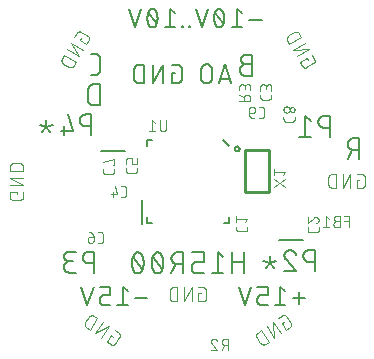
<source format=gbr>
G04 EAGLE Gerber RS-274X export*
G75*
%MOMM*%
%FSLAX34Y34*%
%LPD*%
%INSilkscreen Bottom*%
%IPPOS*%
%AMOC8*
5,1,8,0,0,1.08239X$1,22.5*%
G01*
%ADD10C,0.152400*%
%ADD11C,0.101600*%
%ADD12C,0.127000*%
%ADD13C,0.076200*%
%ADD14C,0.254000*%


D10*
X400106Y445650D02*
X395167Y445650D01*
X395027Y445648D01*
X394888Y445642D01*
X394748Y445632D01*
X394609Y445618D01*
X394470Y445601D01*
X394332Y445579D01*
X394195Y445553D01*
X394058Y445524D01*
X393922Y445491D01*
X393788Y445454D01*
X393654Y445413D01*
X393522Y445368D01*
X393390Y445319D01*
X393261Y445267D01*
X393133Y445212D01*
X393006Y445152D01*
X392881Y445089D01*
X392758Y445023D01*
X392637Y444953D01*
X392518Y444880D01*
X392401Y444803D01*
X392287Y444723D01*
X392174Y444640D01*
X392064Y444554D01*
X391957Y444464D01*
X391852Y444372D01*
X391750Y444277D01*
X391650Y444179D01*
X391553Y444078D01*
X391459Y443974D01*
X391369Y443868D01*
X391281Y443759D01*
X391196Y443648D01*
X391115Y443534D01*
X391036Y443419D01*
X390961Y443301D01*
X390890Y443181D01*
X390822Y443058D01*
X390757Y442935D01*
X390696Y442809D01*
X390638Y442681D01*
X390584Y442553D01*
X390534Y442422D01*
X390487Y442290D01*
X390444Y442157D01*
X390405Y442023D01*
X390370Y441888D01*
X390339Y441752D01*
X390311Y441614D01*
X390288Y441477D01*
X390268Y441338D01*
X390252Y441199D01*
X390240Y441060D01*
X390232Y440921D01*
X390228Y440781D01*
X390228Y440641D01*
X390232Y440501D01*
X390240Y440362D01*
X390252Y440223D01*
X390268Y440084D01*
X390288Y439945D01*
X390311Y439808D01*
X390339Y439670D01*
X390370Y439534D01*
X390405Y439399D01*
X390444Y439265D01*
X390487Y439132D01*
X390534Y439000D01*
X390584Y438869D01*
X390638Y438741D01*
X390696Y438613D01*
X390757Y438487D01*
X390822Y438364D01*
X390890Y438242D01*
X390961Y438121D01*
X391036Y438003D01*
X391115Y437888D01*
X391196Y437774D01*
X391281Y437663D01*
X391369Y437554D01*
X391459Y437448D01*
X391553Y437344D01*
X391650Y437243D01*
X391750Y437145D01*
X391852Y437050D01*
X391957Y436958D01*
X392064Y436868D01*
X392174Y436782D01*
X392287Y436699D01*
X392401Y436619D01*
X392518Y436542D01*
X392637Y436469D01*
X392758Y436399D01*
X392881Y436333D01*
X393006Y436270D01*
X393133Y436210D01*
X393261Y436155D01*
X393390Y436103D01*
X393522Y436054D01*
X393654Y436009D01*
X393788Y435968D01*
X393922Y435931D01*
X394058Y435898D01*
X394195Y435869D01*
X394332Y435843D01*
X394470Y435821D01*
X394609Y435804D01*
X394748Y435790D01*
X394888Y435780D01*
X395027Y435774D01*
X395167Y435772D01*
X395167Y435773D02*
X400106Y435773D01*
X400106Y453553D01*
X395167Y453553D01*
X395167Y453552D02*
X395043Y453550D01*
X394919Y453544D01*
X394795Y453534D01*
X394672Y453521D01*
X394549Y453503D01*
X394427Y453482D01*
X394305Y453457D01*
X394184Y453428D01*
X394065Y453395D01*
X393946Y453359D01*
X393829Y453318D01*
X393713Y453275D01*
X393598Y453227D01*
X393485Y453176D01*
X393373Y453121D01*
X393264Y453063D01*
X393156Y453002D01*
X393050Y452937D01*
X392946Y452869D01*
X392845Y452797D01*
X392745Y452723D01*
X392649Y452645D01*
X392554Y452565D01*
X392462Y452481D01*
X392373Y452395D01*
X392287Y452306D01*
X392203Y452214D01*
X392123Y452119D01*
X392045Y452023D01*
X391971Y451923D01*
X391899Y451822D01*
X391831Y451718D01*
X391766Y451612D01*
X391705Y451504D01*
X391647Y451395D01*
X391592Y451283D01*
X391541Y451170D01*
X391493Y451055D01*
X391450Y450939D01*
X391409Y450822D01*
X391373Y450703D01*
X391340Y450584D01*
X391311Y450463D01*
X391286Y450341D01*
X391265Y450219D01*
X391247Y450096D01*
X391234Y449973D01*
X391224Y449849D01*
X391218Y449725D01*
X391216Y449601D01*
X391218Y449477D01*
X391224Y449353D01*
X391234Y449229D01*
X391247Y449106D01*
X391265Y448983D01*
X391286Y448861D01*
X391311Y448739D01*
X391340Y448618D01*
X391373Y448499D01*
X391409Y448380D01*
X391450Y448263D01*
X391493Y448147D01*
X391541Y448032D01*
X391592Y447919D01*
X391647Y447807D01*
X391705Y447698D01*
X391766Y447590D01*
X391831Y447484D01*
X391899Y447380D01*
X391971Y447279D01*
X392045Y447179D01*
X392123Y447083D01*
X392203Y446988D01*
X392287Y446896D01*
X392373Y446807D01*
X392462Y446721D01*
X392554Y446637D01*
X392649Y446557D01*
X392745Y446479D01*
X392845Y446405D01*
X392946Y446333D01*
X393050Y446265D01*
X393156Y446200D01*
X393264Y446139D01*
X393373Y446081D01*
X393485Y446026D01*
X393598Y445975D01*
X393713Y445927D01*
X393829Y445884D01*
X393946Y445843D01*
X394065Y445807D01*
X394184Y445774D01*
X394305Y445745D01*
X394427Y445720D01*
X394549Y445699D01*
X394672Y445681D01*
X394795Y445668D01*
X394919Y445658D01*
X395043Y445652D01*
X395167Y445650D01*
X491462Y382971D02*
X491462Y365191D01*
X491462Y382971D02*
X486523Y382971D01*
X486383Y382969D01*
X486244Y382963D01*
X486104Y382953D01*
X485965Y382939D01*
X485826Y382922D01*
X485688Y382900D01*
X485551Y382874D01*
X485414Y382845D01*
X485278Y382812D01*
X485144Y382775D01*
X485010Y382734D01*
X484878Y382689D01*
X484746Y382640D01*
X484617Y382588D01*
X484489Y382533D01*
X484362Y382473D01*
X484237Y382410D01*
X484114Y382344D01*
X483993Y382274D01*
X483874Y382201D01*
X483757Y382124D01*
X483643Y382044D01*
X483530Y381961D01*
X483420Y381875D01*
X483313Y381785D01*
X483208Y381693D01*
X483106Y381598D01*
X483006Y381500D01*
X482909Y381399D01*
X482815Y381295D01*
X482725Y381189D01*
X482637Y381080D01*
X482552Y380969D01*
X482471Y380855D01*
X482392Y380740D01*
X482317Y380622D01*
X482246Y380502D01*
X482178Y380379D01*
X482113Y380256D01*
X482052Y380130D01*
X481994Y380002D01*
X481940Y379874D01*
X481890Y379743D01*
X481843Y379611D01*
X481800Y379478D01*
X481761Y379344D01*
X481726Y379209D01*
X481695Y379073D01*
X481667Y378935D01*
X481644Y378798D01*
X481624Y378659D01*
X481608Y378520D01*
X481596Y378381D01*
X481588Y378242D01*
X481584Y378102D01*
X481584Y377962D01*
X481588Y377822D01*
X481596Y377683D01*
X481608Y377544D01*
X481624Y377405D01*
X481644Y377266D01*
X481667Y377129D01*
X481695Y376991D01*
X481726Y376855D01*
X481761Y376720D01*
X481800Y376586D01*
X481843Y376453D01*
X481890Y376321D01*
X481940Y376190D01*
X481994Y376062D01*
X482052Y375934D01*
X482113Y375808D01*
X482178Y375685D01*
X482246Y375563D01*
X482317Y375442D01*
X482392Y375324D01*
X482471Y375209D01*
X482552Y375095D01*
X482637Y374984D01*
X482725Y374875D01*
X482815Y374769D01*
X482909Y374665D01*
X483006Y374564D01*
X483106Y374466D01*
X483208Y374371D01*
X483313Y374279D01*
X483420Y374189D01*
X483530Y374103D01*
X483643Y374020D01*
X483757Y373940D01*
X483874Y373863D01*
X483993Y373790D01*
X484114Y373720D01*
X484237Y373654D01*
X484362Y373591D01*
X484489Y373531D01*
X484617Y373476D01*
X484746Y373424D01*
X484878Y373375D01*
X485010Y373330D01*
X485144Y373289D01*
X485278Y373252D01*
X485414Y373219D01*
X485551Y373190D01*
X485688Y373164D01*
X485826Y373142D01*
X485965Y373125D01*
X486104Y373111D01*
X486244Y373101D01*
X486383Y373095D01*
X486523Y373093D01*
X491462Y373093D01*
X485535Y373093D02*
X481584Y365191D01*
X271490Y410705D02*
X271490Y428485D01*
X266552Y428485D01*
X266413Y428483D01*
X266275Y428477D01*
X266137Y428468D01*
X265999Y428454D01*
X265862Y428437D01*
X265725Y428415D01*
X265588Y428390D01*
X265453Y428361D01*
X265318Y428328D01*
X265185Y428292D01*
X265052Y428252D01*
X264921Y428208D01*
X264791Y428160D01*
X264662Y428109D01*
X264535Y428054D01*
X264409Y427996D01*
X264285Y427934D01*
X264163Y427869D01*
X264043Y427800D01*
X263924Y427728D01*
X263808Y427653D01*
X263694Y427574D01*
X263582Y427492D01*
X263473Y427407D01*
X263365Y427320D01*
X263261Y427229D01*
X263159Y427135D01*
X263060Y427038D01*
X262963Y426939D01*
X262869Y426837D01*
X262778Y426733D01*
X262691Y426625D01*
X262606Y426516D01*
X262524Y426404D01*
X262445Y426290D01*
X262370Y426174D01*
X262298Y426055D01*
X262229Y425935D01*
X262164Y425813D01*
X262102Y425689D01*
X262044Y425563D01*
X261989Y425436D01*
X261938Y425307D01*
X261890Y425177D01*
X261846Y425046D01*
X261806Y424913D01*
X261770Y424780D01*
X261737Y424645D01*
X261708Y424510D01*
X261683Y424373D01*
X261661Y424236D01*
X261644Y424099D01*
X261630Y423961D01*
X261621Y423823D01*
X261615Y423685D01*
X261613Y423546D01*
X261613Y415644D01*
X261615Y415505D01*
X261621Y415367D01*
X261630Y415229D01*
X261644Y415091D01*
X261661Y414954D01*
X261683Y414817D01*
X261708Y414680D01*
X261737Y414545D01*
X261770Y414410D01*
X261806Y414277D01*
X261846Y414144D01*
X261890Y414013D01*
X261938Y413883D01*
X261989Y413754D01*
X262044Y413627D01*
X262102Y413501D01*
X262164Y413377D01*
X262229Y413255D01*
X262298Y413135D01*
X262370Y413016D01*
X262445Y412900D01*
X262524Y412786D01*
X262606Y412674D01*
X262691Y412565D01*
X262778Y412457D01*
X262869Y412353D01*
X262963Y412251D01*
X263060Y412152D01*
X263159Y412055D01*
X263261Y411961D01*
X263365Y411870D01*
X263473Y411783D01*
X263582Y411698D01*
X263694Y411616D01*
X263808Y411537D01*
X263924Y411462D01*
X264043Y411390D01*
X264163Y411321D01*
X264285Y411256D01*
X264409Y411194D01*
X264535Y411136D01*
X264662Y411081D01*
X264791Y411030D01*
X264921Y410982D01*
X265052Y410938D01*
X265185Y410898D01*
X265318Y410862D01*
X265453Y410829D01*
X265588Y410800D01*
X265725Y410775D01*
X265862Y410753D01*
X265999Y410736D01*
X266137Y410722D01*
X266275Y410713D01*
X266413Y410707D01*
X266552Y410705D01*
X271490Y410705D01*
X267821Y436583D02*
X263870Y436583D01*
X267821Y436583D02*
X267945Y436585D01*
X268069Y436591D01*
X268193Y436601D01*
X268316Y436614D01*
X268439Y436632D01*
X268561Y436653D01*
X268683Y436678D01*
X268804Y436707D01*
X268923Y436740D01*
X269042Y436776D01*
X269159Y436817D01*
X269275Y436860D01*
X269390Y436908D01*
X269503Y436959D01*
X269615Y437014D01*
X269724Y437072D01*
X269832Y437133D01*
X269938Y437198D01*
X270042Y437266D01*
X270143Y437338D01*
X270243Y437412D01*
X270339Y437490D01*
X270434Y437570D01*
X270526Y437654D01*
X270615Y437740D01*
X270701Y437829D01*
X270785Y437921D01*
X270865Y438016D01*
X270943Y438112D01*
X271017Y438212D01*
X271089Y438313D01*
X271157Y438417D01*
X271222Y438523D01*
X271283Y438631D01*
X271341Y438740D01*
X271396Y438852D01*
X271447Y438965D01*
X271495Y439080D01*
X271538Y439196D01*
X271579Y439313D01*
X271615Y439432D01*
X271648Y439551D01*
X271677Y439672D01*
X271702Y439794D01*
X271723Y439916D01*
X271741Y440039D01*
X271754Y440162D01*
X271764Y440286D01*
X271770Y440410D01*
X271772Y440534D01*
X271772Y450412D01*
X271770Y450536D01*
X271764Y450660D01*
X271754Y450784D01*
X271741Y450907D01*
X271723Y451030D01*
X271702Y451152D01*
X271677Y451274D01*
X271648Y451395D01*
X271615Y451514D01*
X271579Y451633D01*
X271538Y451750D01*
X271495Y451866D01*
X271447Y451981D01*
X271396Y452094D01*
X271341Y452206D01*
X271283Y452315D01*
X271222Y452423D01*
X271157Y452529D01*
X271089Y452633D01*
X271017Y452734D01*
X270943Y452834D01*
X270865Y452930D01*
X270785Y453025D01*
X270701Y453117D01*
X270615Y453206D01*
X270526Y453292D01*
X270434Y453376D01*
X270339Y453456D01*
X270243Y453534D01*
X270143Y453608D01*
X270042Y453680D01*
X269938Y453748D01*
X269832Y453813D01*
X269724Y453874D01*
X269615Y453932D01*
X269503Y453987D01*
X269390Y454038D01*
X269276Y454086D01*
X269159Y454129D01*
X269042Y454170D01*
X268923Y454206D01*
X268804Y454239D01*
X268683Y454268D01*
X268561Y454293D01*
X268439Y454314D01*
X268316Y454332D01*
X268193Y454345D01*
X268069Y454355D01*
X267945Y454361D01*
X267821Y454363D01*
X263870Y454363D01*
D11*
X446695Y450507D02*
X447669Y448820D01*
X446695Y450507D02*
X441074Y447261D01*
X443021Y443888D01*
X443022Y443888D02*
X443073Y443803D01*
X443128Y443720D01*
X443185Y443639D01*
X443246Y443560D01*
X443310Y443484D01*
X443377Y443410D01*
X443446Y443339D01*
X443518Y443270D01*
X443593Y443204D01*
X443670Y443142D01*
X443749Y443082D01*
X443831Y443025D01*
X443915Y442972D01*
X444001Y442921D01*
X444088Y442874D01*
X444178Y442831D01*
X444269Y442791D01*
X444361Y442754D01*
X444455Y442721D01*
X444550Y442692D01*
X444646Y442666D01*
X444743Y442644D01*
X444841Y442626D01*
X444939Y442611D01*
X445038Y442600D01*
X445137Y442593D01*
X445237Y442590D01*
X445336Y442591D01*
X445436Y442595D01*
X445535Y442604D01*
X445634Y442616D01*
X445732Y442631D01*
X445829Y442651D01*
X445926Y442674D01*
X446022Y442701D01*
X446116Y442732D01*
X446210Y442766D01*
X446302Y442804D01*
X446392Y442845D01*
X446481Y442890D01*
X446568Y442938D01*
X452190Y446183D01*
X452189Y446184D02*
X452274Y446235D01*
X452357Y446290D01*
X452438Y446347D01*
X452517Y446408D01*
X452593Y446472D01*
X452667Y446539D01*
X452738Y446608D01*
X452807Y446680D01*
X452873Y446755D01*
X452935Y446832D01*
X452995Y446911D01*
X453052Y446993D01*
X453105Y447077D01*
X453156Y447163D01*
X453203Y447250D01*
X453246Y447340D01*
X453286Y447431D01*
X453323Y447523D01*
X453356Y447617D01*
X453385Y447712D01*
X453411Y447808D01*
X453433Y447905D01*
X453451Y448003D01*
X453466Y448101D01*
X453477Y448200D01*
X453484Y448299D01*
X453487Y448399D01*
X453486Y448498D01*
X453482Y448598D01*
X453473Y448697D01*
X453461Y448795D01*
X453446Y448894D01*
X453426Y448991D01*
X453403Y449088D01*
X453376Y449184D01*
X453345Y449278D01*
X453311Y449372D01*
X453273Y449464D01*
X453232Y449554D01*
X453187Y449643D01*
X453139Y449730D01*
X453140Y449730D02*
X451193Y453103D01*
X448342Y458040D02*
X438224Y452198D01*
X434978Y457820D02*
X448342Y458040D01*
X445097Y463662D02*
X434978Y457820D01*
X432128Y462757D02*
X442246Y468599D01*
X440623Y471409D01*
X440624Y471410D02*
X440566Y471507D01*
X440504Y471602D01*
X440439Y471695D01*
X440371Y471785D01*
X440300Y471873D01*
X440225Y471959D01*
X440148Y472042D01*
X440068Y472122D01*
X439985Y472199D01*
X439899Y472274D01*
X439811Y472345D01*
X439721Y472413D01*
X439628Y472478D01*
X439533Y472540D01*
X439436Y472598D01*
X439337Y472653D01*
X439236Y472704D01*
X439133Y472752D01*
X439029Y472797D01*
X438923Y472837D01*
X438816Y472874D01*
X438708Y472907D01*
X438598Y472937D01*
X438488Y472962D01*
X438377Y472984D01*
X438265Y473001D01*
X438152Y473015D01*
X438039Y473025D01*
X437926Y473031D01*
X437813Y473033D01*
X437700Y473031D01*
X437587Y473025D01*
X437474Y473015D01*
X437361Y473001D01*
X437249Y472984D01*
X437138Y472962D01*
X437028Y472937D01*
X436918Y472907D01*
X436810Y472874D01*
X436703Y472837D01*
X436597Y472797D01*
X436493Y472752D01*
X436390Y472704D01*
X436289Y472653D01*
X436190Y472598D01*
X436190Y472597D02*
X431693Y470001D01*
X431596Y469943D01*
X431501Y469881D01*
X431408Y469816D01*
X431318Y469748D01*
X431230Y469677D01*
X431144Y469602D01*
X431061Y469525D01*
X430981Y469445D01*
X430904Y469362D01*
X430829Y469276D01*
X430758Y469188D01*
X430690Y469098D01*
X430625Y469005D01*
X430563Y468910D01*
X430505Y468813D01*
X430450Y468714D01*
X430399Y468613D01*
X430351Y468510D01*
X430306Y468406D01*
X430266Y468300D01*
X430229Y468193D01*
X430196Y468085D01*
X430166Y467975D01*
X430141Y467865D01*
X430119Y467754D01*
X430102Y467642D01*
X430088Y467529D01*
X430078Y467416D01*
X430072Y467303D01*
X430070Y467190D01*
X430072Y467077D01*
X430078Y466964D01*
X430088Y466851D01*
X430102Y466738D01*
X430119Y466626D01*
X430141Y466515D01*
X430166Y466405D01*
X430196Y466295D01*
X430229Y466187D01*
X430266Y466080D01*
X430306Y465974D01*
X430351Y465870D01*
X430399Y465767D01*
X430450Y465666D01*
X430505Y465567D01*
X432128Y462757D01*
X489516Y347269D02*
X491464Y347269D01*
X489516Y347269D02*
X489516Y340778D01*
X493411Y340778D01*
X493510Y340780D01*
X493610Y340786D01*
X493709Y340795D01*
X493807Y340808D01*
X493905Y340825D01*
X494003Y340846D01*
X494099Y340871D01*
X494194Y340899D01*
X494288Y340931D01*
X494381Y340966D01*
X494473Y341005D01*
X494563Y341048D01*
X494651Y341093D01*
X494738Y341143D01*
X494822Y341195D01*
X494905Y341251D01*
X494985Y341309D01*
X495063Y341371D01*
X495138Y341436D01*
X495211Y341504D01*
X495281Y341574D01*
X495349Y341647D01*
X495414Y341722D01*
X495476Y341800D01*
X495534Y341880D01*
X495590Y341963D01*
X495642Y342047D01*
X495692Y342134D01*
X495737Y342222D01*
X495780Y342312D01*
X495819Y342404D01*
X495854Y342497D01*
X495886Y342591D01*
X495914Y342686D01*
X495939Y342782D01*
X495960Y342880D01*
X495977Y342978D01*
X495990Y343076D01*
X495999Y343175D01*
X496005Y343275D01*
X496007Y343374D01*
X496008Y343374D02*
X496008Y349866D01*
X496007Y349866D02*
X496005Y349965D01*
X495999Y350065D01*
X495990Y350164D01*
X495977Y350262D01*
X495960Y350360D01*
X495939Y350458D01*
X495914Y350554D01*
X495886Y350649D01*
X495854Y350743D01*
X495819Y350836D01*
X495780Y350928D01*
X495737Y351018D01*
X495692Y351106D01*
X495642Y351193D01*
X495590Y351277D01*
X495534Y351360D01*
X495476Y351440D01*
X495414Y351518D01*
X495349Y351593D01*
X495281Y351666D01*
X495211Y351736D01*
X495138Y351804D01*
X495063Y351869D01*
X494985Y351931D01*
X494905Y351989D01*
X494822Y352045D01*
X494738Y352097D01*
X494651Y352147D01*
X494563Y352192D01*
X494473Y352235D01*
X494381Y352274D01*
X494288Y352309D01*
X494194Y352341D01*
X494099Y352369D01*
X494003Y352394D01*
X493905Y352415D01*
X493807Y352432D01*
X493709Y352445D01*
X493610Y352454D01*
X493510Y352460D01*
X493411Y352462D01*
X489516Y352462D01*
X483816Y352462D02*
X483816Y340778D01*
X477324Y340778D02*
X483816Y352462D01*
X477324Y352462D02*
X477324Y340778D01*
X471624Y340778D02*
X471624Y352462D01*
X468378Y352462D01*
X468265Y352460D01*
X468152Y352454D01*
X468039Y352444D01*
X467926Y352430D01*
X467814Y352413D01*
X467703Y352391D01*
X467593Y352366D01*
X467483Y352336D01*
X467375Y352303D01*
X467268Y352266D01*
X467162Y352226D01*
X467058Y352181D01*
X466955Y352133D01*
X466854Y352082D01*
X466755Y352027D01*
X466658Y351969D01*
X466563Y351907D01*
X466470Y351842D01*
X466380Y351774D01*
X466292Y351703D01*
X466206Y351628D01*
X466123Y351551D01*
X466043Y351471D01*
X465966Y351388D01*
X465891Y351302D01*
X465820Y351214D01*
X465752Y351124D01*
X465687Y351031D01*
X465625Y350936D01*
X465567Y350839D01*
X465512Y350740D01*
X465461Y350639D01*
X465413Y350536D01*
X465368Y350432D01*
X465328Y350326D01*
X465291Y350219D01*
X465258Y350111D01*
X465228Y350001D01*
X465203Y349891D01*
X465181Y349780D01*
X465164Y349668D01*
X465150Y349555D01*
X465140Y349442D01*
X465134Y349329D01*
X465132Y349216D01*
X465132Y344024D01*
X465134Y343911D01*
X465140Y343798D01*
X465150Y343685D01*
X465164Y343572D01*
X465181Y343460D01*
X465203Y343349D01*
X465228Y343239D01*
X465258Y343129D01*
X465291Y343021D01*
X465328Y342914D01*
X465368Y342808D01*
X465413Y342704D01*
X465461Y342601D01*
X465512Y342500D01*
X465567Y342401D01*
X465625Y342304D01*
X465687Y342209D01*
X465752Y342116D01*
X465820Y342026D01*
X465891Y341938D01*
X465966Y341852D01*
X466043Y341769D01*
X466123Y341689D01*
X466206Y341612D01*
X466292Y341537D01*
X466380Y341466D01*
X466470Y341398D01*
X466563Y341333D01*
X466658Y341271D01*
X466755Y341213D01*
X466854Y341158D01*
X466955Y341107D01*
X467058Y341059D01*
X467162Y341014D01*
X467268Y340974D01*
X467375Y340937D01*
X467483Y340904D01*
X467593Y340874D01*
X467703Y340849D01*
X467814Y340827D01*
X467926Y340810D01*
X468039Y340796D01*
X468152Y340786D01*
X468265Y340780D01*
X468378Y340778D01*
X471624Y340778D01*
X427351Y227280D02*
X425756Y226163D01*
X429479Y220846D01*
X432670Y223080D01*
X432669Y223080D02*
X432749Y223139D01*
X432827Y223201D01*
X432903Y223265D01*
X432976Y223333D01*
X433047Y223403D01*
X433114Y223476D01*
X433179Y223551D01*
X433241Y223629D01*
X433300Y223709D01*
X433356Y223791D01*
X433409Y223876D01*
X433458Y223962D01*
X433504Y224050D01*
X433547Y224140D01*
X433586Y224231D01*
X433621Y224324D01*
X433653Y224418D01*
X433682Y224514D01*
X433706Y224610D01*
X433727Y224707D01*
X433745Y224805D01*
X433758Y224904D01*
X433768Y225003D01*
X433774Y225102D01*
X433776Y225201D01*
X433774Y225301D01*
X433769Y225400D01*
X433759Y225499D01*
X433746Y225598D01*
X433730Y225696D01*
X433709Y225793D01*
X433685Y225890D01*
X433657Y225985D01*
X433625Y226079D01*
X433590Y226172D01*
X433551Y226264D01*
X433509Y226354D01*
X433463Y226442D01*
X433414Y226529D01*
X433362Y226613D01*
X433307Y226696D01*
X429584Y232013D01*
X429525Y232093D01*
X429463Y232171D01*
X429399Y232247D01*
X429331Y232320D01*
X429261Y232391D01*
X429188Y232458D01*
X429113Y232523D01*
X429035Y232585D01*
X428955Y232644D01*
X428873Y232700D01*
X428788Y232753D01*
X428702Y232802D01*
X428614Y232848D01*
X428524Y232891D01*
X428433Y232930D01*
X428340Y232965D01*
X428246Y232997D01*
X428150Y233026D01*
X428054Y233050D01*
X427957Y233071D01*
X427859Y233089D01*
X427760Y233102D01*
X427661Y233112D01*
X427562Y233118D01*
X427463Y233120D01*
X427363Y233118D01*
X427264Y233113D01*
X427165Y233104D01*
X427066Y233090D01*
X426968Y233074D01*
X426871Y233053D01*
X426774Y233029D01*
X426679Y233001D01*
X426585Y232969D01*
X426492Y232934D01*
X426400Y232895D01*
X426310Y232853D01*
X426222Y232807D01*
X426135Y232758D01*
X426051Y232706D01*
X425968Y232651D01*
X422778Y230417D01*
X418108Y227147D02*
X424809Y217576D01*
X419492Y213853D02*
X418108Y227147D01*
X412791Y223424D02*
X419492Y213853D01*
X414822Y210583D02*
X408121Y220154D01*
X405462Y218292D01*
X405462Y218293D02*
X405371Y218226D01*
X405281Y218157D01*
X405194Y218084D01*
X405110Y218008D01*
X405029Y217929D01*
X404950Y217848D01*
X404874Y217764D01*
X404801Y217677D01*
X404732Y217588D01*
X404665Y217496D01*
X404602Y217402D01*
X404542Y217306D01*
X404485Y217208D01*
X404432Y217108D01*
X404382Y217006D01*
X404336Y216902D01*
X404294Y216797D01*
X404255Y216691D01*
X404220Y216583D01*
X404189Y216474D01*
X404161Y216364D01*
X404138Y216253D01*
X404118Y216142D01*
X404102Y216030D01*
X404090Y215917D01*
X404082Y215804D01*
X404078Y215691D01*
X404078Y215577D01*
X404082Y215464D01*
X404090Y215351D01*
X404102Y215238D01*
X404118Y215126D01*
X404138Y215015D01*
X404161Y214904D01*
X404189Y214794D01*
X404220Y214685D01*
X404255Y214577D01*
X404294Y214471D01*
X404336Y214366D01*
X404382Y214262D01*
X404432Y214160D01*
X404485Y214060D01*
X404542Y213962D01*
X404602Y213866D01*
X404665Y213772D01*
X407644Y209518D01*
X407643Y209518D02*
X407710Y209427D01*
X407779Y209337D01*
X407852Y209250D01*
X407928Y209166D01*
X408007Y209085D01*
X408088Y209006D01*
X408172Y208930D01*
X408259Y208857D01*
X408349Y208788D01*
X408440Y208721D01*
X408534Y208658D01*
X408630Y208598D01*
X408728Y208541D01*
X408828Y208488D01*
X408930Y208438D01*
X409034Y208392D01*
X409139Y208350D01*
X409245Y208311D01*
X409353Y208276D01*
X409462Y208245D01*
X409572Y208217D01*
X409683Y208194D01*
X409794Y208174D01*
X409906Y208158D01*
X410019Y208146D01*
X410132Y208138D01*
X410245Y208134D01*
X410359Y208134D01*
X410472Y208138D01*
X410585Y208146D01*
X410698Y208158D01*
X410810Y208174D01*
X410921Y208194D01*
X411032Y208217D01*
X411142Y208245D01*
X411251Y208276D01*
X411359Y208311D01*
X411465Y208350D01*
X411570Y208392D01*
X411674Y208438D01*
X411776Y208488D01*
X411876Y208541D01*
X411974Y208598D01*
X412070Y208658D01*
X412164Y208721D01*
X414822Y210583D01*
X282896Y214783D02*
X281301Y215900D01*
X277578Y210583D01*
X280768Y208349D01*
X280851Y208294D01*
X280935Y208242D01*
X281022Y208193D01*
X281110Y208147D01*
X281200Y208105D01*
X281292Y208066D01*
X281385Y208031D01*
X281479Y207999D01*
X281574Y207971D01*
X281671Y207947D01*
X281768Y207926D01*
X281866Y207910D01*
X281965Y207896D01*
X282064Y207887D01*
X282163Y207882D01*
X282263Y207880D01*
X282362Y207882D01*
X282461Y207888D01*
X282560Y207898D01*
X282659Y207911D01*
X282757Y207929D01*
X282854Y207950D01*
X282950Y207974D01*
X283046Y208003D01*
X283140Y208035D01*
X283233Y208070D01*
X283324Y208109D01*
X283414Y208152D01*
X283502Y208198D01*
X283588Y208247D01*
X283673Y208300D01*
X283755Y208356D01*
X283835Y208415D01*
X283913Y208477D01*
X283988Y208542D01*
X284061Y208609D01*
X284131Y208680D01*
X284199Y208753D01*
X284263Y208829D01*
X284325Y208907D01*
X284384Y208987D01*
X288107Y214304D01*
X288162Y214387D01*
X288214Y214471D01*
X288263Y214558D01*
X288309Y214646D01*
X288351Y214736D01*
X288390Y214828D01*
X288425Y214921D01*
X288457Y215015D01*
X288485Y215110D01*
X288509Y215207D01*
X288530Y215304D01*
X288546Y215402D01*
X288560Y215501D01*
X288569Y215600D01*
X288574Y215699D01*
X288576Y215799D01*
X288574Y215898D01*
X288568Y215997D01*
X288558Y216096D01*
X288545Y216195D01*
X288527Y216293D01*
X288506Y216390D01*
X288482Y216486D01*
X288453Y216582D01*
X288421Y216676D01*
X288386Y216769D01*
X288347Y216860D01*
X288304Y216950D01*
X288258Y217038D01*
X288209Y217124D01*
X288156Y217209D01*
X288100Y217291D01*
X288041Y217371D01*
X287979Y217449D01*
X287914Y217524D01*
X287847Y217597D01*
X287776Y217667D01*
X287703Y217735D01*
X287627Y217799D01*
X287549Y217861D01*
X287469Y217920D01*
X287470Y217920D02*
X284279Y220154D01*
X279610Y223424D02*
X272908Y213853D01*
X267591Y217576D02*
X279610Y223424D01*
X274292Y227147D02*
X267591Y217576D01*
X262921Y220846D02*
X269622Y230417D01*
X266964Y232278D01*
X266964Y232279D02*
X266870Y232342D01*
X266774Y232402D01*
X266676Y232459D01*
X266576Y232512D01*
X266474Y232562D01*
X266370Y232608D01*
X266265Y232650D01*
X266159Y232689D01*
X266051Y232724D01*
X265942Y232755D01*
X265832Y232783D01*
X265721Y232806D01*
X265610Y232826D01*
X265498Y232842D01*
X265385Y232854D01*
X265272Y232862D01*
X265159Y232866D01*
X265045Y232866D01*
X264932Y232862D01*
X264819Y232854D01*
X264706Y232842D01*
X264594Y232826D01*
X264483Y232806D01*
X264372Y232783D01*
X264262Y232755D01*
X264153Y232724D01*
X264045Y232689D01*
X263939Y232650D01*
X263834Y232608D01*
X263730Y232562D01*
X263628Y232512D01*
X263528Y232459D01*
X263430Y232402D01*
X263334Y232342D01*
X263240Y232279D01*
X263149Y232212D01*
X263059Y232143D01*
X262972Y232070D01*
X262888Y231994D01*
X262807Y231915D01*
X262728Y231834D01*
X262652Y231750D01*
X262579Y231663D01*
X262510Y231574D01*
X262443Y231482D01*
X262444Y231481D02*
X259465Y227228D01*
X259402Y227134D01*
X259342Y227038D01*
X259285Y226940D01*
X259232Y226840D01*
X259182Y226738D01*
X259136Y226634D01*
X259094Y226529D01*
X259055Y226423D01*
X259020Y226315D01*
X258989Y226206D01*
X258961Y226096D01*
X258938Y225985D01*
X258918Y225874D01*
X258902Y225762D01*
X258890Y225649D01*
X258882Y225536D01*
X258878Y225423D01*
X258878Y225309D01*
X258882Y225196D01*
X258890Y225083D01*
X258902Y224970D01*
X258918Y224858D01*
X258938Y224747D01*
X258961Y224636D01*
X258989Y224526D01*
X259020Y224417D01*
X259055Y224309D01*
X259094Y224203D01*
X259136Y224098D01*
X259182Y223994D01*
X259232Y223892D01*
X259285Y223792D01*
X259342Y223694D01*
X259402Y223598D01*
X259465Y223504D01*
X259532Y223412D01*
X259601Y223323D01*
X259674Y223236D01*
X259750Y223152D01*
X259829Y223071D01*
X259910Y222992D01*
X259994Y222916D01*
X260081Y222843D01*
X260171Y222774D01*
X260262Y222707D01*
X262921Y220846D01*
X201649Y335306D02*
X201649Y337254D01*
X195158Y337254D01*
X195158Y333359D01*
X195160Y333260D01*
X195166Y333160D01*
X195175Y333061D01*
X195188Y332963D01*
X195205Y332865D01*
X195226Y332767D01*
X195251Y332671D01*
X195279Y332576D01*
X195311Y332482D01*
X195346Y332389D01*
X195385Y332297D01*
X195428Y332207D01*
X195473Y332119D01*
X195523Y332032D01*
X195575Y331948D01*
X195631Y331865D01*
X195689Y331785D01*
X195751Y331707D01*
X195816Y331632D01*
X195884Y331559D01*
X195954Y331489D01*
X196027Y331421D01*
X196102Y331356D01*
X196180Y331294D01*
X196260Y331236D01*
X196343Y331180D01*
X196427Y331128D01*
X196514Y331078D01*
X196602Y331033D01*
X196692Y330990D01*
X196784Y330951D01*
X196877Y330916D01*
X196971Y330884D01*
X197066Y330856D01*
X197162Y330831D01*
X197260Y330810D01*
X197358Y330793D01*
X197456Y330780D01*
X197555Y330771D01*
X197655Y330765D01*
X197754Y330763D01*
X204246Y330763D01*
X204345Y330765D01*
X204445Y330771D01*
X204544Y330780D01*
X204642Y330793D01*
X204740Y330810D01*
X204838Y330831D01*
X204934Y330856D01*
X205029Y330884D01*
X205123Y330916D01*
X205216Y330951D01*
X205308Y330990D01*
X205398Y331033D01*
X205486Y331078D01*
X205573Y331128D01*
X205657Y331180D01*
X205740Y331236D01*
X205820Y331294D01*
X205898Y331356D01*
X205973Y331421D01*
X206046Y331489D01*
X206116Y331559D01*
X206184Y331632D01*
X206249Y331707D01*
X206311Y331785D01*
X206369Y331865D01*
X206425Y331948D01*
X206477Y332032D01*
X206527Y332119D01*
X206572Y332207D01*
X206615Y332297D01*
X206654Y332389D01*
X206689Y332481D01*
X206721Y332576D01*
X206749Y332671D01*
X206774Y332767D01*
X206795Y332865D01*
X206812Y332963D01*
X206825Y333061D01*
X206834Y333160D01*
X206840Y333260D01*
X206842Y333359D01*
X206842Y337254D01*
X206842Y342954D02*
X195158Y342954D01*
X195158Y349446D02*
X206842Y342954D01*
X206842Y349446D02*
X195158Y349446D01*
X195158Y355146D02*
X206842Y355146D01*
X206842Y358392D01*
X206840Y358505D01*
X206834Y358618D01*
X206824Y358731D01*
X206810Y358844D01*
X206793Y358956D01*
X206771Y359067D01*
X206746Y359177D01*
X206716Y359287D01*
X206683Y359395D01*
X206646Y359502D01*
X206606Y359608D01*
X206561Y359712D01*
X206513Y359815D01*
X206462Y359916D01*
X206407Y360015D01*
X206349Y360112D01*
X206287Y360207D01*
X206222Y360300D01*
X206154Y360390D01*
X206083Y360478D01*
X206008Y360564D01*
X205931Y360647D01*
X205851Y360727D01*
X205768Y360804D01*
X205682Y360879D01*
X205594Y360950D01*
X205504Y361018D01*
X205411Y361083D01*
X205316Y361145D01*
X205219Y361203D01*
X205120Y361258D01*
X205019Y361309D01*
X204916Y361357D01*
X204812Y361402D01*
X204706Y361442D01*
X204599Y361479D01*
X204491Y361512D01*
X204381Y361542D01*
X204271Y361567D01*
X204160Y361589D01*
X204048Y361606D01*
X203935Y361620D01*
X203822Y361630D01*
X203709Y361636D01*
X203596Y361638D01*
X198404Y361638D01*
X198291Y361636D01*
X198178Y361630D01*
X198065Y361620D01*
X197952Y361606D01*
X197840Y361589D01*
X197729Y361567D01*
X197619Y361542D01*
X197509Y361512D01*
X197401Y361479D01*
X197294Y361442D01*
X197188Y361402D01*
X197084Y361357D01*
X196981Y361309D01*
X196880Y361258D01*
X196781Y361203D01*
X196684Y361145D01*
X196589Y361083D01*
X196496Y361018D01*
X196406Y360950D01*
X196318Y360879D01*
X196232Y360804D01*
X196149Y360727D01*
X196069Y360647D01*
X195992Y360564D01*
X195917Y360478D01*
X195846Y360390D01*
X195778Y360300D01*
X195713Y360207D01*
X195651Y360112D01*
X195593Y360015D01*
X195538Y359916D01*
X195487Y359815D01*
X195439Y359712D01*
X195394Y359608D01*
X195354Y359502D01*
X195317Y359395D01*
X195284Y359287D01*
X195254Y359177D01*
X195229Y359067D01*
X195207Y358956D01*
X195190Y358844D01*
X195176Y358731D01*
X195166Y358618D01*
X195160Y358505D01*
X195158Y358392D01*
X195158Y355146D01*
X254651Y466002D02*
X255625Y467689D01*
X254651Y466002D02*
X260273Y462757D01*
X262220Y466130D01*
X262219Y466130D02*
X262267Y466217D01*
X262312Y466306D01*
X262353Y466396D01*
X262391Y466488D01*
X262425Y466582D01*
X262456Y466676D01*
X262483Y466772D01*
X262506Y466869D01*
X262526Y466966D01*
X262541Y467065D01*
X262553Y467163D01*
X262562Y467262D01*
X262566Y467362D01*
X262567Y467461D01*
X262564Y467561D01*
X262557Y467660D01*
X262546Y467759D01*
X262531Y467857D01*
X262513Y467955D01*
X262491Y468052D01*
X262465Y468148D01*
X262436Y468243D01*
X262403Y468337D01*
X262366Y468429D01*
X262326Y468520D01*
X262283Y468609D01*
X262236Y468697D01*
X262185Y468783D01*
X262132Y468867D01*
X262075Y468948D01*
X262015Y469028D01*
X261953Y469105D01*
X261887Y469180D01*
X261818Y469252D01*
X261747Y469321D01*
X261673Y469388D01*
X261597Y469452D01*
X261518Y469512D01*
X261437Y469570D01*
X261354Y469625D01*
X261269Y469676D01*
X261270Y469676D02*
X255648Y472922D01*
X255648Y472921D02*
X255561Y472969D01*
X255472Y473014D01*
X255382Y473055D01*
X255290Y473093D01*
X255196Y473127D01*
X255102Y473158D01*
X255006Y473185D01*
X254909Y473208D01*
X254812Y473228D01*
X254713Y473243D01*
X254615Y473255D01*
X254516Y473264D01*
X254416Y473268D01*
X254317Y473269D01*
X254217Y473266D01*
X254118Y473259D01*
X254019Y473248D01*
X253921Y473233D01*
X253823Y473215D01*
X253726Y473193D01*
X253630Y473167D01*
X253535Y473138D01*
X253441Y473105D01*
X253349Y473068D01*
X253258Y473028D01*
X253169Y472985D01*
X253081Y472938D01*
X252995Y472887D01*
X252911Y472834D01*
X252830Y472777D01*
X252750Y472717D01*
X252673Y472655D01*
X252598Y472589D01*
X252526Y472520D01*
X252457Y472449D01*
X252390Y472375D01*
X252326Y472299D01*
X252266Y472220D01*
X252208Y472139D01*
X252153Y472056D01*
X252102Y471971D01*
X252101Y471972D02*
X250154Y468599D01*
X247304Y463662D02*
X257422Y457820D01*
X254177Y452198D02*
X247304Y463662D01*
X244058Y458040D02*
X254177Y452198D01*
X251326Y447261D02*
X241208Y453103D01*
X239585Y450292D01*
X239585Y450293D02*
X239530Y450194D01*
X239479Y450093D01*
X239431Y449990D01*
X239386Y449886D01*
X239346Y449780D01*
X239309Y449673D01*
X239276Y449565D01*
X239246Y449455D01*
X239221Y449345D01*
X239199Y449234D01*
X239182Y449122D01*
X239168Y449009D01*
X239158Y448896D01*
X239152Y448783D01*
X239150Y448670D01*
X239152Y448557D01*
X239158Y448444D01*
X239168Y448331D01*
X239182Y448218D01*
X239199Y448106D01*
X239221Y447995D01*
X239246Y447885D01*
X239276Y447775D01*
X239309Y447667D01*
X239346Y447560D01*
X239386Y447454D01*
X239431Y447350D01*
X239479Y447247D01*
X239530Y447146D01*
X239585Y447047D01*
X239643Y446950D01*
X239705Y446855D01*
X239770Y446762D01*
X239838Y446672D01*
X239909Y446584D01*
X239984Y446498D01*
X240061Y446415D01*
X240141Y446335D01*
X240224Y446258D01*
X240310Y446183D01*
X240398Y446112D01*
X240488Y446044D01*
X240581Y445979D01*
X240676Y445917D01*
X240773Y445859D01*
X245270Y443262D01*
X245369Y443207D01*
X245470Y443156D01*
X245573Y443108D01*
X245677Y443063D01*
X245783Y443023D01*
X245890Y442986D01*
X245998Y442953D01*
X246108Y442923D01*
X246218Y442898D01*
X246329Y442876D01*
X246441Y442859D01*
X246554Y442845D01*
X246667Y442835D01*
X246780Y442829D01*
X246893Y442827D01*
X247006Y442829D01*
X247119Y442835D01*
X247232Y442845D01*
X247345Y442859D01*
X247457Y442876D01*
X247568Y442898D01*
X247678Y442923D01*
X247788Y442953D01*
X247896Y442986D01*
X248003Y443023D01*
X248109Y443063D01*
X248213Y443108D01*
X248316Y443156D01*
X248417Y443207D01*
X248516Y443262D01*
X248613Y443320D01*
X248708Y443382D01*
X248801Y443447D01*
X248891Y443515D01*
X248980Y443586D01*
X249065Y443661D01*
X249148Y443738D01*
X249228Y443818D01*
X249305Y443901D01*
X249380Y443987D01*
X249451Y444075D01*
X249519Y444165D01*
X249584Y444258D01*
X249646Y444353D01*
X249704Y444450D01*
X249703Y444450D02*
X251326Y447261D01*
D10*
X466426Y401730D02*
X466426Y383950D01*
X466426Y401730D02*
X461488Y401730D01*
X461348Y401728D01*
X461209Y401722D01*
X461069Y401712D01*
X460930Y401698D01*
X460791Y401681D01*
X460653Y401659D01*
X460516Y401633D01*
X460379Y401604D01*
X460243Y401571D01*
X460109Y401534D01*
X459975Y401493D01*
X459843Y401448D01*
X459711Y401399D01*
X459582Y401347D01*
X459454Y401292D01*
X459327Y401232D01*
X459202Y401169D01*
X459079Y401103D01*
X458958Y401033D01*
X458839Y400960D01*
X458722Y400883D01*
X458608Y400803D01*
X458495Y400720D01*
X458385Y400634D01*
X458278Y400544D01*
X458173Y400452D01*
X458071Y400357D01*
X457971Y400259D01*
X457874Y400158D01*
X457780Y400054D01*
X457690Y399948D01*
X457602Y399839D01*
X457517Y399728D01*
X457436Y399614D01*
X457357Y399499D01*
X457282Y399381D01*
X457211Y399261D01*
X457143Y399138D01*
X457078Y399015D01*
X457017Y398889D01*
X456959Y398761D01*
X456905Y398633D01*
X456855Y398502D01*
X456808Y398370D01*
X456765Y398237D01*
X456726Y398103D01*
X456691Y397968D01*
X456660Y397832D01*
X456632Y397694D01*
X456609Y397557D01*
X456589Y397418D01*
X456573Y397279D01*
X456561Y397140D01*
X456553Y397001D01*
X456549Y396861D01*
X456549Y396721D01*
X456553Y396581D01*
X456561Y396442D01*
X456573Y396303D01*
X456589Y396164D01*
X456609Y396025D01*
X456632Y395888D01*
X456660Y395750D01*
X456691Y395614D01*
X456726Y395479D01*
X456765Y395345D01*
X456808Y395212D01*
X456855Y395080D01*
X456905Y394949D01*
X456959Y394821D01*
X457017Y394693D01*
X457078Y394567D01*
X457143Y394444D01*
X457211Y394322D01*
X457282Y394201D01*
X457357Y394083D01*
X457436Y393968D01*
X457517Y393854D01*
X457602Y393743D01*
X457690Y393634D01*
X457780Y393528D01*
X457874Y393424D01*
X457971Y393323D01*
X458071Y393225D01*
X458173Y393130D01*
X458278Y393038D01*
X458385Y392948D01*
X458495Y392862D01*
X458608Y392779D01*
X458722Y392699D01*
X458839Y392622D01*
X458958Y392549D01*
X459079Y392479D01*
X459202Y392413D01*
X459327Y392350D01*
X459454Y392290D01*
X459582Y392235D01*
X459711Y392183D01*
X459843Y392134D01*
X459975Y392089D01*
X460109Y392048D01*
X460243Y392011D01*
X460379Y391978D01*
X460516Y391949D01*
X460653Y391923D01*
X460791Y391901D01*
X460930Y391884D01*
X461069Y391870D01*
X461209Y391860D01*
X461348Y391854D01*
X461488Y391852D01*
X466426Y391852D01*
X450431Y397779D02*
X445492Y401730D01*
X445492Y383950D01*
X440554Y383950D02*
X450431Y383950D01*
X453738Y288130D02*
X453738Y270350D01*
X453738Y288130D02*
X448799Y288130D01*
X448659Y288128D01*
X448520Y288122D01*
X448380Y288112D01*
X448241Y288098D01*
X448102Y288081D01*
X447964Y288059D01*
X447827Y288033D01*
X447690Y288004D01*
X447554Y287971D01*
X447420Y287934D01*
X447286Y287893D01*
X447154Y287848D01*
X447022Y287799D01*
X446893Y287747D01*
X446765Y287692D01*
X446638Y287632D01*
X446513Y287569D01*
X446390Y287503D01*
X446269Y287433D01*
X446150Y287360D01*
X446033Y287283D01*
X445919Y287203D01*
X445806Y287120D01*
X445696Y287034D01*
X445589Y286944D01*
X445484Y286852D01*
X445382Y286757D01*
X445282Y286659D01*
X445185Y286558D01*
X445091Y286454D01*
X445001Y286348D01*
X444913Y286239D01*
X444828Y286128D01*
X444747Y286014D01*
X444668Y285899D01*
X444593Y285781D01*
X444522Y285661D01*
X444454Y285538D01*
X444389Y285415D01*
X444328Y285289D01*
X444270Y285161D01*
X444216Y285033D01*
X444166Y284902D01*
X444119Y284770D01*
X444076Y284637D01*
X444037Y284503D01*
X444002Y284368D01*
X443971Y284232D01*
X443943Y284094D01*
X443920Y283957D01*
X443900Y283818D01*
X443884Y283679D01*
X443872Y283540D01*
X443864Y283401D01*
X443860Y283261D01*
X443860Y283121D01*
X443864Y282981D01*
X443872Y282842D01*
X443884Y282703D01*
X443900Y282564D01*
X443920Y282425D01*
X443943Y282288D01*
X443971Y282150D01*
X444002Y282014D01*
X444037Y281879D01*
X444076Y281745D01*
X444119Y281612D01*
X444166Y281480D01*
X444216Y281349D01*
X444270Y281221D01*
X444328Y281093D01*
X444389Y280967D01*
X444454Y280844D01*
X444522Y280722D01*
X444593Y280601D01*
X444668Y280483D01*
X444747Y280368D01*
X444828Y280254D01*
X444913Y280143D01*
X445001Y280034D01*
X445091Y279928D01*
X445185Y279824D01*
X445282Y279723D01*
X445382Y279625D01*
X445484Y279530D01*
X445589Y279438D01*
X445696Y279348D01*
X445806Y279262D01*
X445919Y279179D01*
X446033Y279099D01*
X446150Y279022D01*
X446269Y278949D01*
X446390Y278879D01*
X446513Y278813D01*
X446638Y278750D01*
X446765Y278690D01*
X446893Y278635D01*
X447022Y278583D01*
X447154Y278534D01*
X447286Y278489D01*
X447420Y278448D01*
X447554Y278411D01*
X447690Y278378D01*
X447827Y278349D01*
X447964Y278323D01*
X448102Y278301D01*
X448241Y278284D01*
X448380Y278270D01*
X448520Y278260D01*
X448659Y278254D01*
X448799Y278252D01*
X453738Y278252D01*
X432310Y288130D02*
X432178Y288128D01*
X432047Y288122D01*
X431915Y288112D01*
X431784Y288099D01*
X431654Y288081D01*
X431524Y288060D01*
X431394Y288035D01*
X431266Y288006D01*
X431138Y287973D01*
X431012Y287936D01*
X430886Y287896D01*
X430762Y287852D01*
X430639Y287804D01*
X430518Y287753D01*
X430398Y287698D01*
X430280Y287640D01*
X430164Y287578D01*
X430050Y287512D01*
X429937Y287444D01*
X429827Y287372D01*
X429719Y287297D01*
X429613Y287218D01*
X429509Y287137D01*
X429408Y287052D01*
X429310Y286965D01*
X429214Y286874D01*
X429121Y286781D01*
X429030Y286685D01*
X428943Y286587D01*
X428858Y286486D01*
X428777Y286382D01*
X428698Y286276D01*
X428623Y286168D01*
X428551Y286058D01*
X428483Y285945D01*
X428417Y285831D01*
X428355Y285715D01*
X428297Y285597D01*
X428242Y285477D01*
X428191Y285356D01*
X428143Y285233D01*
X428099Y285109D01*
X428059Y284983D01*
X428022Y284857D01*
X427989Y284729D01*
X427960Y284601D01*
X427935Y284471D01*
X427914Y284341D01*
X427896Y284211D01*
X427883Y284080D01*
X427873Y283948D01*
X427867Y283817D01*
X427865Y283685D01*
X432310Y288130D02*
X432460Y288128D01*
X432609Y288122D01*
X432758Y288112D01*
X432907Y288099D01*
X433056Y288081D01*
X433204Y288060D01*
X433352Y288034D01*
X433498Y288005D01*
X433644Y287972D01*
X433789Y287935D01*
X433933Y287894D01*
X434076Y287850D01*
X434218Y287802D01*
X434358Y287750D01*
X434497Y287695D01*
X434635Y287636D01*
X434770Y287573D01*
X434905Y287507D01*
X435037Y287437D01*
X435167Y287364D01*
X435296Y287287D01*
X435423Y287207D01*
X435547Y287124D01*
X435669Y287038D01*
X435789Y286948D01*
X435906Y286855D01*
X436021Y286760D01*
X436134Y286661D01*
X436244Y286559D01*
X436351Y286455D01*
X436455Y286348D01*
X436557Y286238D01*
X436655Y286125D01*
X436751Y286010D01*
X436843Y285892D01*
X436933Y285772D01*
X437019Y285650D01*
X437102Y285526D01*
X437182Y285399D01*
X437258Y285271D01*
X437331Y285140D01*
X437401Y285007D01*
X437467Y284873D01*
X437529Y284737D01*
X437588Y284600D01*
X437644Y284461D01*
X437695Y284320D01*
X437743Y284179D01*
X429347Y280228D02*
X429251Y280321D01*
X429159Y280417D01*
X429069Y280516D01*
X428982Y280617D01*
X428898Y280720D01*
X428816Y280825D01*
X428738Y280933D01*
X428663Y281043D01*
X428590Y281155D01*
X428521Y281269D01*
X428455Y281385D01*
X428393Y281503D01*
X428334Y281622D01*
X428278Y281743D01*
X428225Y281866D01*
X428176Y281990D01*
X428131Y282115D01*
X428088Y282242D01*
X428050Y282369D01*
X428015Y282498D01*
X427984Y282627D01*
X427956Y282758D01*
X427932Y282889D01*
X427911Y283021D01*
X427895Y283153D01*
X427882Y283286D01*
X427872Y283419D01*
X427867Y283552D01*
X427865Y283685D01*
X429347Y280228D02*
X437743Y270350D01*
X427865Y270350D01*
X415495Y277264D02*
X415495Y283191D01*
X415495Y277264D02*
X412038Y272819D01*
X415495Y277264D02*
X418952Y272819D01*
X415495Y277264D02*
X410062Y279240D01*
X415495Y277264D02*
X420928Y279240D01*
X267086Y286860D02*
X267086Y269080D01*
X267086Y286860D02*
X262148Y286860D01*
X262008Y286858D01*
X261869Y286852D01*
X261729Y286842D01*
X261590Y286828D01*
X261451Y286811D01*
X261313Y286789D01*
X261176Y286763D01*
X261039Y286734D01*
X260903Y286701D01*
X260769Y286664D01*
X260635Y286623D01*
X260503Y286578D01*
X260371Y286529D01*
X260242Y286477D01*
X260114Y286422D01*
X259987Y286362D01*
X259862Y286299D01*
X259739Y286233D01*
X259618Y286163D01*
X259499Y286090D01*
X259382Y286013D01*
X259268Y285933D01*
X259155Y285850D01*
X259045Y285764D01*
X258938Y285674D01*
X258833Y285582D01*
X258731Y285487D01*
X258631Y285389D01*
X258534Y285288D01*
X258440Y285184D01*
X258350Y285078D01*
X258262Y284969D01*
X258177Y284858D01*
X258096Y284744D01*
X258017Y284629D01*
X257942Y284511D01*
X257871Y284391D01*
X257803Y284268D01*
X257738Y284145D01*
X257677Y284019D01*
X257619Y283891D01*
X257565Y283763D01*
X257515Y283632D01*
X257468Y283500D01*
X257425Y283367D01*
X257386Y283233D01*
X257351Y283098D01*
X257320Y282962D01*
X257292Y282824D01*
X257269Y282687D01*
X257249Y282548D01*
X257233Y282409D01*
X257221Y282270D01*
X257213Y282131D01*
X257209Y281991D01*
X257209Y281851D01*
X257213Y281711D01*
X257221Y281572D01*
X257233Y281433D01*
X257249Y281294D01*
X257269Y281155D01*
X257292Y281018D01*
X257320Y280880D01*
X257351Y280744D01*
X257386Y280609D01*
X257425Y280475D01*
X257468Y280342D01*
X257515Y280210D01*
X257565Y280079D01*
X257619Y279951D01*
X257677Y279823D01*
X257738Y279697D01*
X257803Y279574D01*
X257871Y279452D01*
X257942Y279331D01*
X258017Y279213D01*
X258096Y279098D01*
X258177Y278984D01*
X258262Y278873D01*
X258350Y278764D01*
X258440Y278658D01*
X258534Y278554D01*
X258631Y278453D01*
X258731Y278355D01*
X258833Y278260D01*
X258938Y278168D01*
X259045Y278078D01*
X259155Y277992D01*
X259268Y277909D01*
X259382Y277829D01*
X259499Y277752D01*
X259618Y277679D01*
X259739Y277609D01*
X259862Y277543D01*
X259987Y277480D01*
X260114Y277420D01*
X260242Y277365D01*
X260371Y277313D01*
X260503Y277264D01*
X260635Y277219D01*
X260769Y277178D01*
X260903Y277141D01*
X261039Y277108D01*
X261176Y277079D01*
X261313Y277053D01*
X261451Y277031D01*
X261590Y277014D01*
X261729Y277000D01*
X261869Y276990D01*
X262008Y276984D01*
X262148Y276982D01*
X267086Y276982D01*
X251091Y269080D02*
X246152Y269080D01*
X246012Y269082D01*
X245873Y269088D01*
X245733Y269098D01*
X245594Y269112D01*
X245455Y269129D01*
X245317Y269151D01*
X245180Y269177D01*
X245043Y269206D01*
X244907Y269239D01*
X244773Y269276D01*
X244639Y269317D01*
X244507Y269362D01*
X244375Y269411D01*
X244246Y269463D01*
X244118Y269518D01*
X243991Y269578D01*
X243866Y269641D01*
X243743Y269707D01*
X243622Y269777D01*
X243503Y269850D01*
X243386Y269927D01*
X243272Y270007D01*
X243159Y270090D01*
X243049Y270176D01*
X242942Y270266D01*
X242837Y270358D01*
X242735Y270453D01*
X242635Y270551D01*
X242538Y270652D01*
X242444Y270756D01*
X242354Y270862D01*
X242266Y270971D01*
X242181Y271082D01*
X242100Y271196D01*
X242021Y271311D01*
X241946Y271429D01*
X241875Y271550D01*
X241807Y271672D01*
X241742Y271795D01*
X241681Y271921D01*
X241623Y272049D01*
X241569Y272177D01*
X241519Y272308D01*
X241472Y272440D01*
X241429Y272573D01*
X241390Y272707D01*
X241355Y272842D01*
X241324Y272978D01*
X241296Y273116D01*
X241273Y273253D01*
X241253Y273392D01*
X241237Y273531D01*
X241225Y273670D01*
X241217Y273809D01*
X241213Y273949D01*
X241213Y274089D01*
X241217Y274229D01*
X241225Y274368D01*
X241237Y274507D01*
X241253Y274646D01*
X241273Y274785D01*
X241296Y274922D01*
X241324Y275060D01*
X241355Y275196D01*
X241390Y275331D01*
X241429Y275465D01*
X241472Y275598D01*
X241519Y275730D01*
X241569Y275861D01*
X241623Y275989D01*
X241681Y276117D01*
X241742Y276243D01*
X241807Y276366D01*
X241875Y276489D01*
X241946Y276609D01*
X242021Y276727D01*
X242100Y276842D01*
X242181Y276956D01*
X242266Y277067D01*
X242354Y277176D01*
X242444Y277282D01*
X242538Y277386D01*
X242635Y277487D01*
X242735Y277585D01*
X242837Y277680D01*
X242942Y277772D01*
X243049Y277862D01*
X243159Y277948D01*
X243272Y278031D01*
X243386Y278111D01*
X243503Y278188D01*
X243622Y278261D01*
X243743Y278331D01*
X243866Y278397D01*
X243991Y278460D01*
X244118Y278520D01*
X244246Y278575D01*
X244375Y278627D01*
X244507Y278676D01*
X244639Y278721D01*
X244773Y278762D01*
X244907Y278799D01*
X245043Y278832D01*
X245180Y278861D01*
X245317Y278887D01*
X245455Y278909D01*
X245594Y278926D01*
X245733Y278940D01*
X245873Y278950D01*
X246012Y278956D01*
X246152Y278958D01*
X245165Y286860D02*
X251091Y286860D01*
X245165Y286860D02*
X245041Y286858D01*
X244917Y286852D01*
X244793Y286842D01*
X244670Y286829D01*
X244547Y286811D01*
X244425Y286790D01*
X244303Y286765D01*
X244182Y286736D01*
X244063Y286703D01*
X243944Y286667D01*
X243827Y286626D01*
X243711Y286583D01*
X243596Y286535D01*
X243483Y286484D01*
X243371Y286429D01*
X243262Y286371D01*
X243154Y286310D01*
X243048Y286245D01*
X242944Y286177D01*
X242843Y286105D01*
X242743Y286031D01*
X242647Y285953D01*
X242552Y285873D01*
X242460Y285789D01*
X242371Y285703D01*
X242285Y285614D01*
X242201Y285522D01*
X242121Y285427D01*
X242043Y285331D01*
X241969Y285231D01*
X241897Y285130D01*
X241829Y285026D01*
X241764Y284920D01*
X241703Y284812D01*
X241645Y284703D01*
X241590Y284591D01*
X241539Y284478D01*
X241491Y284363D01*
X241448Y284247D01*
X241407Y284130D01*
X241371Y284011D01*
X241338Y283892D01*
X241309Y283771D01*
X241284Y283649D01*
X241263Y283527D01*
X241245Y283404D01*
X241232Y283281D01*
X241222Y283157D01*
X241216Y283033D01*
X241214Y282909D01*
X241216Y282785D01*
X241222Y282661D01*
X241232Y282537D01*
X241245Y282414D01*
X241263Y282291D01*
X241284Y282169D01*
X241309Y282047D01*
X241338Y281926D01*
X241371Y281807D01*
X241407Y281688D01*
X241448Y281571D01*
X241491Y281455D01*
X241539Y281340D01*
X241590Y281227D01*
X241645Y281115D01*
X241703Y281006D01*
X241764Y280898D01*
X241829Y280792D01*
X241897Y280688D01*
X241969Y280587D01*
X242043Y280487D01*
X242121Y280391D01*
X242201Y280296D01*
X242285Y280204D01*
X242371Y280115D01*
X242460Y280029D01*
X242552Y279945D01*
X242647Y279865D01*
X242743Y279787D01*
X242843Y279713D01*
X242944Y279641D01*
X243048Y279573D01*
X243154Y279508D01*
X243262Y279447D01*
X243371Y279389D01*
X243483Y279334D01*
X243596Y279283D01*
X243711Y279235D01*
X243827Y279192D01*
X243944Y279151D01*
X244063Y279115D01*
X244182Y279082D01*
X244303Y279053D01*
X244425Y279028D01*
X244547Y279007D01*
X244670Y278989D01*
X244793Y278976D01*
X244917Y278966D01*
X245041Y278960D01*
X245165Y278958D01*
X249116Y278958D01*
X264558Y385220D02*
X264558Y403000D01*
X259619Y403000D01*
X259479Y402998D01*
X259340Y402992D01*
X259200Y402982D01*
X259061Y402968D01*
X258922Y402951D01*
X258784Y402929D01*
X258647Y402903D01*
X258510Y402874D01*
X258374Y402841D01*
X258240Y402804D01*
X258106Y402763D01*
X257974Y402718D01*
X257842Y402669D01*
X257713Y402617D01*
X257585Y402562D01*
X257458Y402502D01*
X257333Y402439D01*
X257210Y402373D01*
X257089Y402303D01*
X256970Y402230D01*
X256853Y402153D01*
X256739Y402073D01*
X256626Y401990D01*
X256516Y401904D01*
X256409Y401814D01*
X256304Y401722D01*
X256202Y401627D01*
X256102Y401529D01*
X256005Y401428D01*
X255911Y401324D01*
X255821Y401218D01*
X255733Y401109D01*
X255648Y400998D01*
X255567Y400884D01*
X255488Y400769D01*
X255413Y400651D01*
X255342Y400531D01*
X255274Y400408D01*
X255209Y400285D01*
X255148Y400159D01*
X255090Y400031D01*
X255036Y399903D01*
X254986Y399772D01*
X254939Y399640D01*
X254896Y399507D01*
X254857Y399373D01*
X254822Y399238D01*
X254791Y399102D01*
X254763Y398964D01*
X254740Y398827D01*
X254720Y398688D01*
X254704Y398549D01*
X254692Y398410D01*
X254684Y398271D01*
X254680Y398131D01*
X254680Y397991D01*
X254684Y397851D01*
X254692Y397712D01*
X254704Y397573D01*
X254720Y397434D01*
X254740Y397295D01*
X254763Y397158D01*
X254791Y397020D01*
X254822Y396884D01*
X254857Y396749D01*
X254896Y396615D01*
X254939Y396482D01*
X254986Y396350D01*
X255036Y396219D01*
X255090Y396091D01*
X255148Y395963D01*
X255209Y395837D01*
X255274Y395714D01*
X255342Y395592D01*
X255413Y395471D01*
X255488Y395353D01*
X255567Y395238D01*
X255648Y395124D01*
X255733Y395013D01*
X255821Y394904D01*
X255911Y394798D01*
X256005Y394694D01*
X256102Y394593D01*
X256202Y394495D01*
X256304Y394400D01*
X256409Y394308D01*
X256516Y394218D01*
X256626Y394132D01*
X256739Y394049D01*
X256853Y393969D01*
X256970Y393892D01*
X257089Y393819D01*
X257210Y393749D01*
X257333Y393683D01*
X257458Y393620D01*
X257585Y393560D01*
X257713Y393505D01*
X257842Y393453D01*
X257974Y393404D01*
X258106Y393359D01*
X258240Y393318D01*
X258374Y393281D01*
X258510Y393248D01*
X258647Y393219D01*
X258784Y393193D01*
X258922Y393171D01*
X259061Y393154D01*
X259200Y393140D01*
X259340Y393130D01*
X259479Y393124D01*
X259619Y393122D01*
X264558Y393122D01*
X248563Y389171D02*
X244612Y403000D01*
X248563Y389171D02*
X238685Y389171D01*
X241648Y393122D02*
X241648Y385220D01*
X226315Y392134D02*
X226315Y398061D01*
X226315Y392134D02*
X222858Y387689D01*
X226315Y392134D02*
X229772Y387689D01*
X226315Y392134D02*
X220882Y394110D01*
X226315Y392134D02*
X231748Y394110D01*
X393575Y286273D02*
X393575Y268493D01*
X393575Y278371D02*
X383698Y278371D01*
X383698Y286273D02*
X383698Y268493D01*
X376267Y282322D02*
X371328Y286273D01*
X371328Y268493D01*
X376267Y268493D02*
X366389Y268493D01*
X359516Y268493D02*
X353589Y268493D01*
X353465Y268495D01*
X353341Y268501D01*
X353217Y268511D01*
X353094Y268524D01*
X352971Y268542D01*
X352849Y268563D01*
X352727Y268588D01*
X352606Y268617D01*
X352487Y268650D01*
X352368Y268686D01*
X352251Y268727D01*
X352135Y268770D01*
X352020Y268818D01*
X351907Y268869D01*
X351795Y268924D01*
X351686Y268982D01*
X351578Y269043D01*
X351472Y269108D01*
X351368Y269176D01*
X351267Y269248D01*
X351167Y269322D01*
X351071Y269400D01*
X350976Y269480D01*
X350884Y269564D01*
X350795Y269650D01*
X350709Y269739D01*
X350625Y269831D01*
X350545Y269926D01*
X350467Y270022D01*
X350393Y270122D01*
X350321Y270223D01*
X350253Y270327D01*
X350188Y270433D01*
X350127Y270541D01*
X350069Y270650D01*
X350014Y270762D01*
X349963Y270875D01*
X349915Y270990D01*
X349872Y271106D01*
X349831Y271223D01*
X349795Y271342D01*
X349762Y271461D01*
X349733Y271582D01*
X349708Y271704D01*
X349687Y271826D01*
X349669Y271949D01*
X349656Y272072D01*
X349646Y272196D01*
X349640Y272320D01*
X349638Y272444D01*
X349638Y274420D01*
X349640Y274544D01*
X349646Y274668D01*
X349656Y274792D01*
X349669Y274915D01*
X349687Y275038D01*
X349708Y275160D01*
X349733Y275282D01*
X349762Y275403D01*
X349795Y275522D01*
X349831Y275641D01*
X349872Y275758D01*
X349915Y275874D01*
X349963Y275989D01*
X350014Y276102D01*
X350069Y276214D01*
X350127Y276323D01*
X350188Y276431D01*
X350253Y276537D01*
X350321Y276641D01*
X350393Y276742D01*
X350467Y276842D01*
X350545Y276938D01*
X350625Y277033D01*
X350709Y277125D01*
X350795Y277214D01*
X350884Y277300D01*
X350976Y277384D01*
X351071Y277464D01*
X351167Y277542D01*
X351267Y277616D01*
X351368Y277688D01*
X351472Y277756D01*
X351578Y277821D01*
X351686Y277882D01*
X351795Y277940D01*
X351907Y277995D01*
X352020Y278046D01*
X352135Y278094D01*
X352251Y278137D01*
X352368Y278178D01*
X352487Y278214D01*
X352606Y278247D01*
X352727Y278276D01*
X352849Y278301D01*
X352971Y278322D01*
X353094Y278340D01*
X353217Y278353D01*
X353341Y278363D01*
X353465Y278369D01*
X353589Y278371D01*
X359516Y278371D01*
X359516Y286273D01*
X349638Y286273D01*
X342122Y286273D02*
X342122Y268493D01*
X342122Y286273D02*
X337183Y286273D01*
X337043Y286271D01*
X336904Y286265D01*
X336764Y286255D01*
X336625Y286241D01*
X336486Y286224D01*
X336348Y286202D01*
X336211Y286176D01*
X336074Y286147D01*
X335938Y286114D01*
X335804Y286077D01*
X335670Y286036D01*
X335538Y285991D01*
X335406Y285942D01*
X335277Y285890D01*
X335149Y285835D01*
X335022Y285775D01*
X334897Y285712D01*
X334774Y285646D01*
X334653Y285576D01*
X334534Y285503D01*
X334417Y285426D01*
X334303Y285346D01*
X334190Y285263D01*
X334080Y285177D01*
X333973Y285087D01*
X333868Y284995D01*
X333766Y284900D01*
X333666Y284802D01*
X333569Y284701D01*
X333475Y284597D01*
X333385Y284491D01*
X333297Y284382D01*
X333212Y284271D01*
X333131Y284157D01*
X333052Y284042D01*
X332977Y283924D01*
X332906Y283804D01*
X332838Y283681D01*
X332773Y283558D01*
X332712Y283432D01*
X332654Y283304D01*
X332600Y283176D01*
X332550Y283045D01*
X332503Y282913D01*
X332460Y282780D01*
X332421Y282646D01*
X332386Y282511D01*
X332355Y282375D01*
X332327Y282237D01*
X332304Y282100D01*
X332284Y281961D01*
X332268Y281822D01*
X332256Y281683D01*
X332248Y281544D01*
X332244Y281404D01*
X332244Y281264D01*
X332248Y281124D01*
X332256Y280985D01*
X332268Y280846D01*
X332284Y280707D01*
X332304Y280568D01*
X332327Y280431D01*
X332355Y280293D01*
X332386Y280157D01*
X332421Y280022D01*
X332460Y279888D01*
X332503Y279755D01*
X332550Y279623D01*
X332600Y279492D01*
X332654Y279364D01*
X332712Y279236D01*
X332773Y279110D01*
X332838Y278987D01*
X332906Y278865D01*
X332977Y278744D01*
X333052Y278626D01*
X333131Y278511D01*
X333212Y278397D01*
X333297Y278286D01*
X333385Y278177D01*
X333475Y278071D01*
X333569Y277967D01*
X333666Y277866D01*
X333766Y277768D01*
X333868Y277673D01*
X333973Y277581D01*
X334080Y277491D01*
X334190Y277405D01*
X334303Y277322D01*
X334417Y277242D01*
X334534Y277165D01*
X334653Y277092D01*
X334774Y277022D01*
X334897Y276956D01*
X335022Y276893D01*
X335149Y276833D01*
X335277Y276778D01*
X335406Y276726D01*
X335538Y276677D01*
X335670Y276632D01*
X335804Y276591D01*
X335938Y276554D01*
X336074Y276521D01*
X336211Y276492D01*
X336348Y276466D01*
X336486Y276444D01*
X336625Y276427D01*
X336764Y276413D01*
X336904Y276403D01*
X337043Y276397D01*
X337183Y276395D01*
X342122Y276395D01*
X336195Y276395D02*
X332244Y268493D01*
X325457Y277383D02*
X325453Y277733D01*
X325440Y278082D01*
X325419Y278431D01*
X325390Y278780D01*
X325353Y279128D01*
X325307Y279475D01*
X325253Y279820D01*
X325191Y280164D01*
X325120Y280507D01*
X325041Y280848D01*
X324955Y281187D01*
X324860Y281523D01*
X324757Y281858D01*
X324646Y282189D01*
X324528Y282519D01*
X324401Y282845D01*
X324267Y283168D01*
X324125Y283487D01*
X323975Y283804D01*
X323935Y283917D01*
X323891Y284027D01*
X323843Y284137D01*
X323792Y284244D01*
X323737Y284350D01*
X323679Y284455D01*
X323617Y284557D01*
X323552Y284657D01*
X323484Y284755D01*
X323413Y284851D01*
X323338Y284944D01*
X323261Y285035D01*
X323181Y285123D01*
X323098Y285208D01*
X323012Y285291D01*
X322923Y285371D01*
X322832Y285448D01*
X322738Y285522D01*
X322642Y285593D01*
X322544Y285661D01*
X322444Y285725D01*
X322341Y285787D01*
X322237Y285844D01*
X322131Y285899D01*
X322023Y285950D01*
X321913Y285997D01*
X321802Y286041D01*
X321690Y286081D01*
X321576Y286117D01*
X321462Y286150D01*
X321346Y286179D01*
X321229Y286204D01*
X321112Y286225D01*
X320994Y286243D01*
X320875Y286256D01*
X320756Y286266D01*
X320637Y286272D01*
X320518Y286274D01*
X320518Y286273D02*
X320399Y286271D01*
X320280Y286265D01*
X320161Y286255D01*
X320042Y286242D01*
X319924Y286224D01*
X319807Y286203D01*
X319690Y286178D01*
X319574Y286149D01*
X319460Y286116D01*
X319346Y286080D01*
X319234Y286040D01*
X319123Y285996D01*
X319013Y285949D01*
X318905Y285898D01*
X318799Y285843D01*
X318695Y285786D01*
X318592Y285724D01*
X318492Y285660D01*
X318394Y285592D01*
X318298Y285521D01*
X318204Y285447D01*
X318113Y285370D01*
X318024Y285290D01*
X317939Y285207D01*
X317855Y285122D01*
X317775Y285034D01*
X317698Y284943D01*
X317623Y284850D01*
X317552Y284754D01*
X317484Y284656D01*
X317419Y284556D01*
X317357Y284454D01*
X317299Y284349D01*
X317244Y284244D01*
X317193Y284136D01*
X317145Y284026D01*
X317101Y283916D01*
X317061Y283803D01*
X317061Y283804D02*
X316911Y283487D01*
X316769Y283168D01*
X316635Y282845D01*
X316508Y282519D01*
X316390Y282189D01*
X316279Y281858D01*
X316176Y281523D01*
X316081Y281187D01*
X315995Y280848D01*
X315916Y280507D01*
X315845Y280164D01*
X315783Y279820D01*
X315729Y279475D01*
X315683Y279128D01*
X315646Y278780D01*
X315617Y278431D01*
X315596Y278082D01*
X315583Y277733D01*
X315579Y277383D01*
X325457Y277383D02*
X325453Y277033D01*
X325440Y276684D01*
X325419Y276335D01*
X325390Y275986D01*
X325353Y275638D01*
X325307Y275291D01*
X325253Y274946D01*
X325191Y274602D01*
X325120Y274259D01*
X325041Y273918D01*
X324955Y273579D01*
X324860Y273243D01*
X324757Y272908D01*
X324646Y272577D01*
X324528Y272248D01*
X324401Y271921D01*
X324267Y271598D01*
X324125Y271279D01*
X323975Y270963D01*
X323935Y270850D01*
X323891Y270740D01*
X323843Y270630D01*
X323792Y270523D01*
X323737Y270417D01*
X323679Y270312D01*
X323617Y270210D01*
X323552Y270110D01*
X323484Y270012D01*
X323413Y269916D01*
X323338Y269823D01*
X323261Y269732D01*
X323181Y269644D01*
X323098Y269559D01*
X323012Y269476D01*
X322923Y269396D01*
X322832Y269319D01*
X322738Y269245D01*
X322642Y269174D01*
X322544Y269106D01*
X322444Y269042D01*
X322341Y268980D01*
X322237Y268923D01*
X322131Y268868D01*
X322023Y268817D01*
X321913Y268770D01*
X321802Y268726D01*
X321690Y268686D01*
X321576Y268650D01*
X321462Y268617D01*
X321346Y268588D01*
X321229Y268563D01*
X321112Y268542D01*
X320994Y268524D01*
X320875Y268511D01*
X320756Y268501D01*
X320637Y268495D01*
X320518Y268493D01*
X317061Y270963D02*
X316911Y271279D01*
X316769Y271598D01*
X316635Y271921D01*
X316508Y272248D01*
X316390Y272577D01*
X316279Y272908D01*
X316176Y273243D01*
X316081Y273579D01*
X315995Y273918D01*
X315916Y274259D01*
X315845Y274602D01*
X315783Y274946D01*
X315729Y275291D01*
X315683Y275638D01*
X315646Y275986D01*
X315617Y276335D01*
X315596Y276684D01*
X315583Y277033D01*
X315579Y277383D01*
X317061Y270963D02*
X317101Y270850D01*
X317145Y270740D01*
X317193Y270630D01*
X317244Y270522D01*
X317299Y270416D01*
X317357Y270312D01*
X317419Y270210D01*
X317484Y270110D01*
X317552Y270012D01*
X317623Y269916D01*
X317698Y269823D01*
X317775Y269732D01*
X317855Y269644D01*
X317939Y269559D01*
X318024Y269476D01*
X318113Y269396D01*
X318204Y269319D01*
X318298Y269245D01*
X318394Y269174D01*
X318492Y269106D01*
X318592Y269042D01*
X318695Y268980D01*
X318799Y268922D01*
X318905Y268868D01*
X319013Y268817D01*
X319123Y268770D01*
X319234Y268726D01*
X319346Y268686D01*
X319460Y268650D01*
X319574Y268617D01*
X319690Y268588D01*
X319807Y268563D01*
X319924Y268542D01*
X320042Y268524D01*
X320161Y268511D01*
X320280Y268501D01*
X320399Y268495D01*
X320518Y268493D01*
X324469Y272444D02*
X316567Y282322D01*
X308706Y277383D02*
X308702Y277733D01*
X308689Y278082D01*
X308668Y278431D01*
X308639Y278780D01*
X308602Y279128D01*
X308556Y279475D01*
X308502Y279820D01*
X308440Y280164D01*
X308369Y280507D01*
X308290Y280848D01*
X308204Y281187D01*
X308109Y281523D01*
X308006Y281858D01*
X307895Y282189D01*
X307777Y282519D01*
X307650Y282845D01*
X307516Y283168D01*
X307374Y283487D01*
X307224Y283804D01*
X307225Y283804D02*
X307185Y283917D01*
X307141Y284027D01*
X307093Y284137D01*
X307042Y284244D01*
X306987Y284350D01*
X306929Y284455D01*
X306867Y284557D01*
X306802Y284657D01*
X306734Y284755D01*
X306663Y284851D01*
X306588Y284944D01*
X306511Y285035D01*
X306431Y285123D01*
X306348Y285208D01*
X306262Y285291D01*
X306173Y285371D01*
X306082Y285448D01*
X305988Y285522D01*
X305892Y285593D01*
X305794Y285661D01*
X305694Y285725D01*
X305591Y285787D01*
X305487Y285844D01*
X305381Y285899D01*
X305273Y285950D01*
X305163Y285997D01*
X305052Y286041D01*
X304940Y286081D01*
X304826Y286117D01*
X304712Y286150D01*
X304596Y286179D01*
X304479Y286204D01*
X304362Y286225D01*
X304244Y286243D01*
X304125Y286256D01*
X304006Y286266D01*
X303887Y286272D01*
X303768Y286274D01*
X303768Y286273D02*
X303649Y286271D01*
X303530Y286265D01*
X303411Y286255D01*
X303292Y286242D01*
X303174Y286224D01*
X303057Y286203D01*
X302940Y286178D01*
X302824Y286149D01*
X302710Y286116D01*
X302596Y286080D01*
X302484Y286040D01*
X302373Y285996D01*
X302263Y285949D01*
X302155Y285898D01*
X302049Y285843D01*
X301945Y285786D01*
X301842Y285724D01*
X301742Y285660D01*
X301644Y285592D01*
X301548Y285521D01*
X301454Y285447D01*
X301363Y285370D01*
X301274Y285290D01*
X301189Y285207D01*
X301105Y285122D01*
X301025Y285034D01*
X300948Y284943D01*
X300873Y284850D01*
X300802Y284754D01*
X300734Y284656D01*
X300669Y284556D01*
X300607Y284454D01*
X300549Y284349D01*
X300494Y284244D01*
X300443Y284136D01*
X300395Y284026D01*
X300351Y283916D01*
X300311Y283803D01*
X300311Y283804D02*
X300161Y283487D01*
X300019Y283168D01*
X299885Y282845D01*
X299758Y282519D01*
X299640Y282189D01*
X299529Y281858D01*
X299426Y281523D01*
X299331Y281187D01*
X299245Y280848D01*
X299166Y280507D01*
X299095Y280164D01*
X299033Y279820D01*
X298979Y279475D01*
X298933Y279128D01*
X298896Y278780D01*
X298867Y278431D01*
X298846Y278082D01*
X298833Y277733D01*
X298829Y277383D01*
X308706Y277383D02*
X308702Y277033D01*
X308689Y276684D01*
X308668Y276335D01*
X308639Y275986D01*
X308602Y275638D01*
X308556Y275291D01*
X308502Y274946D01*
X308440Y274602D01*
X308369Y274259D01*
X308290Y273918D01*
X308204Y273579D01*
X308109Y273243D01*
X308006Y272908D01*
X307895Y272577D01*
X307777Y272248D01*
X307650Y271921D01*
X307516Y271598D01*
X307374Y271279D01*
X307224Y270963D01*
X307225Y270963D02*
X307185Y270850D01*
X307141Y270740D01*
X307093Y270630D01*
X307042Y270523D01*
X306987Y270417D01*
X306929Y270312D01*
X306867Y270210D01*
X306802Y270110D01*
X306734Y270012D01*
X306663Y269916D01*
X306588Y269823D01*
X306511Y269732D01*
X306431Y269644D01*
X306348Y269559D01*
X306262Y269476D01*
X306173Y269396D01*
X306082Y269319D01*
X305988Y269245D01*
X305892Y269174D01*
X305794Y269106D01*
X305694Y269042D01*
X305591Y268980D01*
X305487Y268923D01*
X305381Y268868D01*
X305273Y268817D01*
X305163Y268770D01*
X305052Y268726D01*
X304940Y268686D01*
X304826Y268650D01*
X304712Y268617D01*
X304596Y268588D01*
X304479Y268563D01*
X304362Y268542D01*
X304244Y268524D01*
X304125Y268511D01*
X304006Y268501D01*
X303887Y268495D01*
X303768Y268493D01*
X300311Y270963D02*
X300161Y271279D01*
X300019Y271598D01*
X299885Y271921D01*
X299758Y272248D01*
X299640Y272577D01*
X299529Y272908D01*
X299426Y273243D01*
X299331Y273579D01*
X299245Y273918D01*
X299166Y274259D01*
X299095Y274602D01*
X299033Y274946D01*
X298979Y275291D01*
X298933Y275638D01*
X298896Y275986D01*
X298867Y276335D01*
X298846Y276684D01*
X298833Y277033D01*
X298829Y277383D01*
X300311Y270963D02*
X300351Y270850D01*
X300395Y270740D01*
X300443Y270630D01*
X300494Y270522D01*
X300549Y270416D01*
X300607Y270312D01*
X300669Y270210D01*
X300734Y270110D01*
X300802Y270012D01*
X300873Y269916D01*
X300948Y269823D01*
X301025Y269732D01*
X301105Y269644D01*
X301189Y269559D01*
X301274Y269476D01*
X301363Y269396D01*
X301454Y269319D01*
X301548Y269245D01*
X301644Y269174D01*
X301742Y269106D01*
X301842Y269042D01*
X301945Y268980D01*
X302049Y268922D01*
X302155Y268868D01*
X302263Y268817D01*
X302373Y268770D01*
X302484Y268726D01*
X302596Y268686D01*
X302710Y268650D01*
X302824Y268617D01*
X302940Y268588D01*
X303057Y268563D01*
X303174Y268542D01*
X303292Y268524D01*
X303411Y268511D01*
X303530Y268501D01*
X303649Y268495D01*
X303768Y268493D01*
X307719Y272444D02*
X299816Y282322D01*
D12*
X332313Y438281D02*
X334895Y438281D01*
X332313Y438281D02*
X332313Y429673D01*
X337478Y429673D01*
X337593Y429675D01*
X337708Y429681D01*
X337823Y429690D01*
X337937Y429704D01*
X338051Y429721D01*
X338164Y429742D01*
X338276Y429767D01*
X338388Y429795D01*
X338498Y429828D01*
X338607Y429864D01*
X338715Y429903D01*
X338822Y429946D01*
X338927Y429993D01*
X339031Y430043D01*
X339133Y430097D01*
X339233Y430154D01*
X339331Y430214D01*
X339427Y430277D01*
X339520Y430344D01*
X339612Y430414D01*
X339701Y430487D01*
X339788Y430563D01*
X339872Y430641D01*
X339953Y430722D01*
X340032Y430807D01*
X340107Y430893D01*
X340180Y430982D01*
X340250Y431074D01*
X340317Y431167D01*
X340380Y431263D01*
X340440Y431361D01*
X340497Y431461D01*
X340551Y431563D01*
X340601Y431667D01*
X340648Y431772D01*
X340691Y431879D01*
X340731Y431987D01*
X340766Y432096D01*
X340799Y432206D01*
X340827Y432318D01*
X340852Y432430D01*
X340873Y432543D01*
X340890Y432657D01*
X340904Y432771D01*
X340913Y432886D01*
X340919Y433001D01*
X340921Y433116D01*
X340921Y441724D01*
X340919Y441839D01*
X340913Y441954D01*
X340904Y442069D01*
X340890Y442183D01*
X340873Y442297D01*
X340852Y442410D01*
X340827Y442522D01*
X340799Y442634D01*
X340766Y442744D01*
X340731Y442853D01*
X340691Y442961D01*
X340648Y443068D01*
X340601Y443173D01*
X340551Y443277D01*
X340497Y443379D01*
X340440Y443479D01*
X340380Y443577D01*
X340317Y443673D01*
X340250Y443766D01*
X340180Y443858D01*
X340107Y443947D01*
X340032Y444033D01*
X339953Y444118D01*
X339872Y444199D01*
X339788Y444277D01*
X339701Y444353D01*
X339612Y444426D01*
X339520Y444496D01*
X339427Y444563D01*
X339331Y444626D01*
X339233Y444686D01*
X339133Y444743D01*
X339031Y444797D01*
X338927Y444847D01*
X338822Y444894D01*
X338715Y444937D01*
X338607Y444976D01*
X338498Y445012D01*
X338388Y445045D01*
X338276Y445073D01*
X338164Y445098D01*
X338051Y445119D01*
X337937Y445136D01*
X337823Y445150D01*
X337708Y445159D01*
X337593Y445165D01*
X337478Y445167D01*
X332313Y445167D01*
X325064Y445167D02*
X325064Y429673D01*
X316456Y429673D02*
X325064Y445167D01*
X316456Y445167D02*
X316456Y429673D01*
X309207Y429673D02*
X309207Y445167D01*
X304903Y445167D01*
X304773Y445165D01*
X304643Y445159D01*
X304513Y445149D01*
X304384Y445136D01*
X304255Y445118D01*
X304127Y445097D01*
X304000Y445071D01*
X303873Y445042D01*
X303747Y445009D01*
X303623Y444972D01*
X303499Y444932D01*
X303377Y444887D01*
X303256Y444839D01*
X303137Y444788D01*
X303019Y444733D01*
X302903Y444674D01*
X302789Y444612D01*
X302676Y444546D01*
X302566Y444477D01*
X302458Y444405D01*
X302352Y444330D01*
X302249Y444251D01*
X302148Y444169D01*
X302049Y444085D01*
X301953Y443997D01*
X301860Y443906D01*
X301769Y443813D01*
X301681Y443717D01*
X301597Y443618D01*
X301515Y443517D01*
X301436Y443414D01*
X301361Y443308D01*
X301289Y443200D01*
X301220Y443090D01*
X301154Y442977D01*
X301092Y442863D01*
X301033Y442747D01*
X300978Y442629D01*
X300927Y442510D01*
X300879Y442389D01*
X300834Y442267D01*
X300794Y442143D01*
X300757Y442019D01*
X300724Y441893D01*
X300695Y441766D01*
X300669Y441639D01*
X300648Y441511D01*
X300630Y441382D01*
X300617Y441253D01*
X300607Y441123D01*
X300601Y440993D01*
X300599Y440863D01*
X300599Y433977D01*
X300601Y433847D01*
X300607Y433717D01*
X300617Y433587D01*
X300630Y433458D01*
X300648Y433329D01*
X300669Y433201D01*
X300695Y433074D01*
X300724Y432947D01*
X300757Y432821D01*
X300794Y432697D01*
X300834Y432573D01*
X300879Y432451D01*
X300927Y432330D01*
X300978Y432211D01*
X301033Y432093D01*
X301092Y431977D01*
X301154Y431863D01*
X301220Y431750D01*
X301289Y431640D01*
X301361Y431532D01*
X301436Y431426D01*
X301515Y431323D01*
X301597Y431222D01*
X301681Y431123D01*
X301769Y431027D01*
X301860Y430934D01*
X301953Y430843D01*
X302049Y430755D01*
X302148Y430671D01*
X302249Y430589D01*
X302352Y430510D01*
X302458Y430435D01*
X302566Y430363D01*
X302676Y430294D01*
X302789Y430228D01*
X302903Y430166D01*
X303019Y430107D01*
X303137Y430052D01*
X303256Y430001D01*
X303377Y429953D01*
X303499Y429908D01*
X303623Y429868D01*
X303747Y429831D01*
X303873Y429798D01*
X304000Y429769D01*
X304127Y429743D01*
X304255Y429722D01*
X304384Y429704D01*
X304513Y429691D01*
X304643Y429681D01*
X304773Y429675D01*
X304903Y429673D01*
X309207Y429673D01*
X398214Y482878D02*
X408544Y482878D01*
X391826Y488904D02*
X387522Y492347D01*
X387522Y476853D01*
X391826Y476853D02*
X383218Y476853D01*
X376960Y484600D02*
X376956Y484905D01*
X376945Y485209D01*
X376927Y485514D01*
X376902Y485817D01*
X376869Y486120D01*
X376829Y486423D01*
X376782Y486724D01*
X376728Y487024D01*
X376666Y487322D01*
X376598Y487619D01*
X376522Y487915D01*
X376440Y488208D01*
X376350Y488499D01*
X376253Y488788D01*
X376150Y489075D01*
X376040Y489359D01*
X375923Y489641D01*
X375799Y489919D01*
X375669Y490195D01*
X375670Y490195D02*
X375632Y490298D01*
X375592Y490400D01*
X375547Y490500D01*
X375499Y490599D01*
X375448Y490696D01*
X375394Y490791D01*
X375336Y490885D01*
X375275Y490976D01*
X375211Y491065D01*
X375144Y491152D01*
X375074Y491236D01*
X375001Y491318D01*
X374925Y491398D01*
X374847Y491475D01*
X374766Y491549D01*
X374682Y491620D01*
X374596Y491688D01*
X374508Y491754D01*
X374418Y491816D01*
X374325Y491875D01*
X374231Y491931D01*
X374135Y491984D01*
X374037Y492033D01*
X373937Y492079D01*
X373836Y492121D01*
X373733Y492160D01*
X373629Y492195D01*
X373524Y492227D01*
X373418Y492255D01*
X373311Y492279D01*
X373203Y492300D01*
X373095Y492317D01*
X372986Y492330D01*
X372876Y492339D01*
X372767Y492345D01*
X372657Y492347D01*
X372547Y492345D01*
X372438Y492339D01*
X372328Y492330D01*
X372219Y492317D01*
X372111Y492300D01*
X372003Y492279D01*
X371896Y492255D01*
X371790Y492227D01*
X371685Y492195D01*
X371581Y492160D01*
X371478Y492121D01*
X371377Y492079D01*
X371277Y492033D01*
X371179Y491984D01*
X371083Y491931D01*
X370989Y491875D01*
X370896Y491816D01*
X370806Y491754D01*
X370718Y491688D01*
X370632Y491620D01*
X370548Y491549D01*
X370467Y491475D01*
X370389Y491398D01*
X370313Y491319D01*
X370240Y491236D01*
X370170Y491152D01*
X370103Y491065D01*
X370039Y490976D01*
X369978Y490885D01*
X369920Y490791D01*
X369866Y490696D01*
X369815Y490599D01*
X369767Y490500D01*
X369722Y490400D01*
X369682Y490298D01*
X369644Y490195D01*
X369514Y489919D01*
X369390Y489641D01*
X369273Y489359D01*
X369163Y489075D01*
X369060Y488788D01*
X368963Y488499D01*
X368873Y488208D01*
X368791Y487915D01*
X368715Y487619D01*
X368647Y487322D01*
X368585Y487024D01*
X368531Y486724D01*
X368484Y486423D01*
X368444Y486120D01*
X368411Y485817D01*
X368386Y485514D01*
X368368Y485209D01*
X368357Y484905D01*
X368353Y484600D01*
X376960Y484600D02*
X376956Y484295D01*
X376945Y483991D01*
X376927Y483686D01*
X376902Y483383D01*
X376869Y483080D01*
X376829Y482777D01*
X376782Y482476D01*
X376728Y482176D01*
X376666Y481878D01*
X376598Y481581D01*
X376522Y481285D01*
X376440Y480992D01*
X376350Y480701D01*
X376253Y480412D01*
X376150Y480125D01*
X376040Y479841D01*
X375923Y479559D01*
X375799Y479281D01*
X375669Y479005D01*
X375670Y479005D02*
X375632Y478902D01*
X375592Y478800D01*
X375547Y478700D01*
X375499Y478601D01*
X375448Y478504D01*
X375394Y478409D01*
X375336Y478315D01*
X375275Y478224D01*
X375211Y478135D01*
X375144Y478048D01*
X375074Y477964D01*
X375001Y477881D01*
X374925Y477802D01*
X374847Y477725D01*
X374766Y477651D01*
X374682Y477580D01*
X374596Y477512D01*
X374508Y477446D01*
X374418Y477384D01*
X374325Y477325D01*
X374231Y477269D01*
X374135Y477216D01*
X374037Y477167D01*
X373937Y477121D01*
X373836Y477079D01*
X373733Y477040D01*
X373629Y477005D01*
X373524Y476973D01*
X373418Y476945D01*
X373311Y476921D01*
X373203Y476900D01*
X373095Y476883D01*
X372986Y476870D01*
X372876Y476861D01*
X372767Y476855D01*
X372657Y476853D01*
X369644Y479005D02*
X369514Y479281D01*
X369390Y479559D01*
X369273Y479841D01*
X369163Y480125D01*
X369060Y480412D01*
X368963Y480701D01*
X368873Y480992D01*
X368791Y481285D01*
X368715Y481581D01*
X368647Y481878D01*
X368585Y482176D01*
X368531Y482476D01*
X368484Y482777D01*
X368444Y483080D01*
X368411Y483383D01*
X368386Y483686D01*
X368368Y483991D01*
X368357Y484295D01*
X368353Y484600D01*
X369644Y479005D02*
X369682Y478902D01*
X369722Y478800D01*
X369767Y478700D01*
X369815Y478601D01*
X369866Y478504D01*
X369920Y478409D01*
X369978Y478315D01*
X370039Y478224D01*
X370103Y478135D01*
X370170Y478048D01*
X370240Y477963D01*
X370313Y477881D01*
X370389Y477802D01*
X370467Y477725D01*
X370548Y477651D01*
X370632Y477580D01*
X370718Y477512D01*
X370806Y477446D01*
X370896Y477384D01*
X370989Y477325D01*
X371083Y477269D01*
X371179Y477216D01*
X371278Y477167D01*
X371377Y477121D01*
X371478Y477079D01*
X371581Y477040D01*
X371685Y477005D01*
X371790Y476973D01*
X371896Y476945D01*
X372003Y476921D01*
X372111Y476900D01*
X372219Y476883D01*
X372328Y476870D01*
X372438Y476861D01*
X372547Y476855D01*
X372657Y476853D01*
X376100Y480296D02*
X369213Y488904D01*
X362955Y492347D02*
X357791Y476853D01*
X352626Y492347D01*
X347815Y477714D02*
X347815Y476853D01*
X347815Y477714D02*
X346954Y477714D01*
X346954Y476853D01*
X347815Y476853D01*
X341869Y476853D02*
X341869Y477714D01*
X341008Y477714D01*
X341008Y476853D01*
X341869Y476853D01*
X335336Y488904D02*
X331032Y492347D01*
X331032Y476853D01*
X326729Y476853D02*
X335336Y476853D01*
X320470Y484600D02*
X320466Y484905D01*
X320455Y485209D01*
X320437Y485514D01*
X320412Y485817D01*
X320379Y486120D01*
X320339Y486423D01*
X320292Y486724D01*
X320238Y487024D01*
X320176Y487322D01*
X320108Y487619D01*
X320032Y487915D01*
X319950Y488208D01*
X319860Y488499D01*
X319763Y488788D01*
X319660Y489075D01*
X319550Y489359D01*
X319433Y489641D01*
X319309Y489919D01*
X319179Y490195D01*
X319180Y490195D02*
X319142Y490298D01*
X319102Y490400D01*
X319057Y490500D01*
X319009Y490599D01*
X318958Y490696D01*
X318904Y490791D01*
X318846Y490885D01*
X318785Y490976D01*
X318721Y491065D01*
X318654Y491152D01*
X318584Y491236D01*
X318511Y491318D01*
X318435Y491398D01*
X318357Y491475D01*
X318276Y491549D01*
X318192Y491620D01*
X318106Y491688D01*
X318018Y491754D01*
X317928Y491816D01*
X317835Y491875D01*
X317741Y491931D01*
X317645Y491984D01*
X317547Y492033D01*
X317447Y492079D01*
X317346Y492121D01*
X317243Y492160D01*
X317139Y492195D01*
X317034Y492227D01*
X316928Y492255D01*
X316821Y492279D01*
X316713Y492300D01*
X316605Y492317D01*
X316496Y492330D01*
X316386Y492339D01*
X316277Y492345D01*
X316167Y492347D01*
X316057Y492345D01*
X315948Y492339D01*
X315838Y492330D01*
X315729Y492317D01*
X315621Y492300D01*
X315513Y492279D01*
X315406Y492255D01*
X315300Y492227D01*
X315195Y492195D01*
X315091Y492160D01*
X314988Y492121D01*
X314887Y492079D01*
X314787Y492033D01*
X314689Y491984D01*
X314593Y491931D01*
X314499Y491875D01*
X314406Y491816D01*
X314316Y491754D01*
X314228Y491688D01*
X314142Y491620D01*
X314058Y491549D01*
X313977Y491475D01*
X313899Y491398D01*
X313823Y491319D01*
X313750Y491236D01*
X313680Y491152D01*
X313613Y491065D01*
X313549Y490976D01*
X313488Y490885D01*
X313430Y490791D01*
X313376Y490696D01*
X313325Y490599D01*
X313277Y490500D01*
X313232Y490400D01*
X313192Y490298D01*
X313154Y490195D01*
X313024Y489919D01*
X312900Y489641D01*
X312783Y489359D01*
X312673Y489075D01*
X312570Y488788D01*
X312473Y488499D01*
X312383Y488208D01*
X312301Y487915D01*
X312225Y487619D01*
X312157Y487322D01*
X312095Y487024D01*
X312041Y486724D01*
X311994Y486423D01*
X311954Y486120D01*
X311921Y485817D01*
X311896Y485514D01*
X311878Y485209D01*
X311867Y484905D01*
X311863Y484600D01*
X320470Y484600D02*
X320466Y484295D01*
X320455Y483991D01*
X320437Y483686D01*
X320412Y483383D01*
X320379Y483080D01*
X320339Y482777D01*
X320292Y482476D01*
X320238Y482176D01*
X320176Y481878D01*
X320108Y481581D01*
X320032Y481285D01*
X319950Y480992D01*
X319860Y480701D01*
X319763Y480412D01*
X319660Y480125D01*
X319550Y479841D01*
X319433Y479559D01*
X319309Y479281D01*
X319179Y479005D01*
X319180Y479005D02*
X319142Y478902D01*
X319102Y478800D01*
X319057Y478700D01*
X319009Y478601D01*
X318958Y478504D01*
X318904Y478409D01*
X318846Y478315D01*
X318785Y478224D01*
X318721Y478135D01*
X318654Y478048D01*
X318584Y477964D01*
X318511Y477881D01*
X318435Y477802D01*
X318357Y477725D01*
X318276Y477651D01*
X318192Y477580D01*
X318106Y477512D01*
X318018Y477446D01*
X317928Y477384D01*
X317835Y477325D01*
X317741Y477269D01*
X317645Y477216D01*
X317547Y477167D01*
X317447Y477121D01*
X317346Y477079D01*
X317243Y477040D01*
X317139Y477005D01*
X317034Y476973D01*
X316928Y476945D01*
X316821Y476921D01*
X316713Y476900D01*
X316605Y476883D01*
X316496Y476870D01*
X316386Y476861D01*
X316277Y476855D01*
X316167Y476853D01*
X313154Y479005D02*
X313024Y479281D01*
X312900Y479559D01*
X312783Y479841D01*
X312673Y480125D01*
X312570Y480412D01*
X312473Y480701D01*
X312383Y480992D01*
X312301Y481285D01*
X312225Y481581D01*
X312157Y481878D01*
X312095Y482176D01*
X312041Y482476D01*
X311994Y482777D01*
X311954Y483080D01*
X311921Y483383D01*
X311896Y483686D01*
X311878Y483991D01*
X311867Y484295D01*
X311863Y484600D01*
X313154Y479005D02*
X313192Y478902D01*
X313232Y478800D01*
X313277Y478700D01*
X313325Y478601D01*
X313376Y478504D01*
X313430Y478409D01*
X313488Y478315D01*
X313549Y478224D01*
X313613Y478135D01*
X313680Y478048D01*
X313750Y477963D01*
X313823Y477881D01*
X313899Y477802D01*
X313977Y477725D01*
X314058Y477651D01*
X314142Y477580D01*
X314228Y477512D01*
X314316Y477446D01*
X314406Y477384D01*
X314499Y477325D01*
X314593Y477269D01*
X314689Y477216D01*
X314788Y477167D01*
X314887Y477121D01*
X314988Y477079D01*
X315091Y477040D01*
X315195Y477005D01*
X315300Y476973D01*
X315406Y476945D01*
X315513Y476921D01*
X315621Y476900D01*
X315729Y476883D01*
X315838Y476870D01*
X315948Y476861D01*
X316057Y476855D01*
X316167Y476853D01*
X319610Y480296D02*
X312724Y488904D01*
X306466Y492347D02*
X301301Y476853D01*
X296136Y492347D01*
D10*
X377654Y445548D02*
X383073Y429292D01*
X372235Y429292D02*
X377654Y445548D01*
X373590Y433356D02*
X381718Y433356D01*
X366538Y433808D02*
X366538Y441032D01*
X366539Y441032D02*
X366537Y441165D01*
X366531Y441297D01*
X366521Y441429D01*
X366508Y441561D01*
X366490Y441693D01*
X366469Y441823D01*
X366444Y441954D01*
X366415Y442083D01*
X366382Y442211D01*
X366346Y442339D01*
X366306Y442465D01*
X366262Y442590D01*
X366214Y442714D01*
X366163Y442836D01*
X366108Y442957D01*
X366050Y443076D01*
X365988Y443194D01*
X365923Y443309D01*
X365854Y443423D01*
X365783Y443534D01*
X365707Y443643D01*
X365629Y443750D01*
X365548Y443855D01*
X365463Y443957D01*
X365376Y444057D01*
X365286Y444154D01*
X365193Y444249D01*
X365097Y444340D01*
X364999Y444429D01*
X364898Y444515D01*
X364794Y444598D01*
X364688Y444678D01*
X364580Y444754D01*
X364470Y444828D01*
X364357Y444898D01*
X364243Y444965D01*
X364126Y445028D01*
X364008Y445088D01*
X363888Y445145D01*
X363766Y445198D01*
X363643Y445247D01*
X363519Y445293D01*
X363393Y445335D01*
X363266Y445373D01*
X363138Y445408D01*
X363009Y445439D01*
X362880Y445466D01*
X362749Y445489D01*
X362618Y445509D01*
X362486Y445524D01*
X362354Y445536D01*
X362222Y445544D01*
X362089Y445548D01*
X361957Y445548D01*
X361824Y445544D01*
X361692Y445536D01*
X361560Y445524D01*
X361428Y445509D01*
X361297Y445489D01*
X361166Y445466D01*
X361037Y445439D01*
X360908Y445408D01*
X360780Y445373D01*
X360653Y445335D01*
X360527Y445293D01*
X360403Y445247D01*
X360280Y445198D01*
X360158Y445145D01*
X360038Y445088D01*
X359920Y445028D01*
X359803Y444965D01*
X359689Y444898D01*
X359576Y444828D01*
X359466Y444754D01*
X359358Y444678D01*
X359252Y444598D01*
X359148Y444515D01*
X359047Y444429D01*
X358949Y444340D01*
X358853Y444249D01*
X358760Y444154D01*
X358670Y444057D01*
X358583Y443957D01*
X358498Y443855D01*
X358417Y443750D01*
X358339Y443643D01*
X358263Y443534D01*
X358192Y443423D01*
X358123Y443309D01*
X358058Y443194D01*
X357996Y443076D01*
X357938Y442957D01*
X357883Y442836D01*
X357832Y442714D01*
X357784Y442590D01*
X357740Y442465D01*
X357700Y442339D01*
X357664Y442211D01*
X357631Y442083D01*
X357602Y441954D01*
X357577Y441823D01*
X357556Y441693D01*
X357538Y441561D01*
X357525Y441429D01*
X357515Y441297D01*
X357509Y441165D01*
X357507Y441032D01*
X357507Y433808D01*
X357509Y433675D01*
X357515Y433543D01*
X357525Y433411D01*
X357538Y433279D01*
X357556Y433147D01*
X357577Y433017D01*
X357602Y432886D01*
X357631Y432757D01*
X357664Y432629D01*
X357700Y432501D01*
X357740Y432375D01*
X357784Y432250D01*
X357832Y432126D01*
X357883Y432004D01*
X357938Y431883D01*
X357996Y431764D01*
X358058Y431646D01*
X358123Y431531D01*
X358192Y431417D01*
X358263Y431306D01*
X358339Y431197D01*
X358417Y431090D01*
X358498Y430985D01*
X358583Y430883D01*
X358670Y430783D01*
X358760Y430686D01*
X358853Y430591D01*
X358949Y430500D01*
X359047Y430411D01*
X359148Y430325D01*
X359252Y430242D01*
X359358Y430162D01*
X359466Y430086D01*
X359576Y430012D01*
X359689Y429942D01*
X359803Y429875D01*
X359920Y429812D01*
X360038Y429752D01*
X360158Y429695D01*
X360280Y429642D01*
X360403Y429593D01*
X360527Y429547D01*
X360653Y429505D01*
X360780Y429467D01*
X360908Y429432D01*
X361037Y429401D01*
X361166Y429374D01*
X361297Y429351D01*
X361428Y429331D01*
X361560Y429316D01*
X361692Y429304D01*
X361824Y429296D01*
X361957Y429292D01*
X362089Y429292D01*
X362222Y429296D01*
X362354Y429304D01*
X362486Y429316D01*
X362618Y429331D01*
X362749Y429351D01*
X362880Y429374D01*
X363009Y429401D01*
X363138Y429432D01*
X363266Y429467D01*
X363393Y429505D01*
X363519Y429547D01*
X363643Y429593D01*
X363766Y429642D01*
X363888Y429695D01*
X364008Y429752D01*
X364126Y429812D01*
X364243Y429875D01*
X364357Y429942D01*
X364470Y430012D01*
X364580Y430086D01*
X364688Y430162D01*
X364794Y430242D01*
X364898Y430325D01*
X364999Y430411D01*
X365097Y430500D01*
X365193Y430591D01*
X365286Y430686D01*
X365376Y430783D01*
X365463Y430883D01*
X365548Y430985D01*
X365629Y431090D01*
X365707Y431197D01*
X365783Y431306D01*
X365854Y431417D01*
X365923Y431531D01*
X365988Y431646D01*
X366050Y431764D01*
X366108Y431883D01*
X366163Y432004D01*
X366214Y432126D01*
X366262Y432250D01*
X366306Y432375D01*
X366346Y432501D01*
X366382Y432629D01*
X366415Y432757D01*
X366444Y432886D01*
X366469Y433017D01*
X366490Y433147D01*
X366508Y433279D01*
X366521Y433411D01*
X366531Y433543D01*
X366537Y433675D01*
X366539Y433808D01*
D11*
X357054Y251379D02*
X355106Y251379D01*
X355106Y244888D01*
X359001Y244888D01*
X359100Y244890D01*
X359200Y244896D01*
X359299Y244905D01*
X359397Y244918D01*
X359495Y244935D01*
X359593Y244956D01*
X359689Y244981D01*
X359784Y245009D01*
X359878Y245041D01*
X359971Y245076D01*
X360063Y245115D01*
X360153Y245158D01*
X360241Y245203D01*
X360328Y245253D01*
X360412Y245305D01*
X360495Y245361D01*
X360575Y245419D01*
X360653Y245481D01*
X360728Y245546D01*
X360801Y245614D01*
X360871Y245684D01*
X360939Y245757D01*
X361004Y245832D01*
X361066Y245910D01*
X361124Y245990D01*
X361180Y246073D01*
X361232Y246157D01*
X361282Y246244D01*
X361327Y246332D01*
X361370Y246422D01*
X361409Y246514D01*
X361444Y246607D01*
X361476Y246701D01*
X361504Y246796D01*
X361529Y246892D01*
X361550Y246990D01*
X361567Y247088D01*
X361580Y247186D01*
X361589Y247285D01*
X361595Y247385D01*
X361597Y247484D01*
X361598Y247484D02*
X361598Y253976D01*
X361597Y253976D02*
X361595Y254075D01*
X361589Y254175D01*
X361580Y254274D01*
X361567Y254372D01*
X361550Y254470D01*
X361529Y254568D01*
X361504Y254664D01*
X361476Y254759D01*
X361444Y254853D01*
X361409Y254946D01*
X361370Y255038D01*
X361327Y255128D01*
X361282Y255216D01*
X361232Y255303D01*
X361180Y255387D01*
X361124Y255470D01*
X361066Y255550D01*
X361004Y255628D01*
X360939Y255703D01*
X360871Y255776D01*
X360801Y255846D01*
X360728Y255914D01*
X360653Y255979D01*
X360575Y256041D01*
X360495Y256099D01*
X360412Y256155D01*
X360328Y256207D01*
X360241Y256257D01*
X360153Y256302D01*
X360063Y256345D01*
X359971Y256384D01*
X359878Y256419D01*
X359784Y256451D01*
X359689Y256479D01*
X359593Y256504D01*
X359495Y256525D01*
X359397Y256542D01*
X359299Y256555D01*
X359200Y256564D01*
X359100Y256570D01*
X359001Y256572D01*
X355106Y256572D01*
X349406Y256572D02*
X349406Y244888D01*
X342914Y244888D02*
X349406Y256572D01*
X342914Y256572D02*
X342914Y244888D01*
X337214Y244888D02*
X337214Y256572D01*
X333968Y256572D01*
X333855Y256570D01*
X333742Y256564D01*
X333629Y256554D01*
X333516Y256540D01*
X333404Y256523D01*
X333293Y256501D01*
X333183Y256476D01*
X333073Y256446D01*
X332965Y256413D01*
X332858Y256376D01*
X332752Y256336D01*
X332648Y256291D01*
X332545Y256243D01*
X332444Y256192D01*
X332345Y256137D01*
X332248Y256079D01*
X332153Y256017D01*
X332060Y255952D01*
X331970Y255884D01*
X331882Y255813D01*
X331796Y255738D01*
X331713Y255661D01*
X331633Y255581D01*
X331556Y255498D01*
X331481Y255412D01*
X331410Y255324D01*
X331342Y255234D01*
X331277Y255141D01*
X331215Y255046D01*
X331157Y254949D01*
X331102Y254850D01*
X331051Y254749D01*
X331003Y254646D01*
X330958Y254542D01*
X330918Y254436D01*
X330881Y254329D01*
X330848Y254221D01*
X330818Y254111D01*
X330793Y254001D01*
X330771Y253890D01*
X330754Y253778D01*
X330740Y253665D01*
X330730Y253552D01*
X330724Y253439D01*
X330722Y253326D01*
X330723Y253326D02*
X330723Y248134D01*
X330722Y248134D02*
X330724Y248021D01*
X330730Y247908D01*
X330740Y247795D01*
X330754Y247682D01*
X330771Y247570D01*
X330793Y247459D01*
X330818Y247349D01*
X330848Y247239D01*
X330881Y247131D01*
X330918Y247024D01*
X330958Y246918D01*
X331003Y246814D01*
X331051Y246711D01*
X331102Y246610D01*
X331157Y246511D01*
X331215Y246414D01*
X331277Y246319D01*
X331342Y246226D01*
X331410Y246136D01*
X331481Y246048D01*
X331556Y245962D01*
X331633Y245879D01*
X331713Y245799D01*
X331796Y245722D01*
X331882Y245647D01*
X331970Y245576D01*
X332060Y245508D01*
X332153Y245443D01*
X332248Y245381D01*
X332345Y245323D01*
X332444Y245268D01*
X332545Y245217D01*
X332648Y245169D01*
X332752Y245124D01*
X332858Y245084D01*
X332965Y245047D01*
X333073Y245014D01*
X333183Y244984D01*
X333293Y244959D01*
X333404Y244937D01*
X333516Y244920D01*
X333629Y244906D01*
X333742Y244896D01*
X333855Y244890D01*
X333968Y244888D01*
X337214Y244888D01*
D12*
X311889Y247738D02*
X301560Y247738D01*
X295171Y253764D02*
X290867Y257207D01*
X290867Y241713D01*
X286564Y241713D02*
X295171Y241713D01*
X280306Y241713D02*
X275141Y241713D01*
X275026Y241715D01*
X274911Y241721D01*
X274796Y241730D01*
X274682Y241744D01*
X274568Y241761D01*
X274455Y241782D01*
X274343Y241807D01*
X274231Y241835D01*
X274121Y241868D01*
X274012Y241904D01*
X273904Y241943D01*
X273797Y241986D01*
X273692Y242033D01*
X273588Y242083D01*
X273486Y242137D01*
X273386Y242194D01*
X273288Y242254D01*
X273192Y242317D01*
X273099Y242384D01*
X273007Y242454D01*
X272918Y242527D01*
X272831Y242602D01*
X272747Y242681D01*
X272666Y242762D01*
X272587Y242846D01*
X272512Y242933D01*
X272439Y243022D01*
X272369Y243114D01*
X272302Y243207D01*
X272239Y243303D01*
X272179Y243401D01*
X272122Y243501D01*
X272068Y243603D01*
X272018Y243707D01*
X271971Y243812D01*
X271928Y243919D01*
X271889Y244027D01*
X271853Y244136D01*
X271820Y244246D01*
X271792Y244358D01*
X271767Y244470D01*
X271746Y244583D01*
X271729Y244697D01*
X271715Y244811D01*
X271706Y244926D01*
X271700Y245041D01*
X271698Y245156D01*
X271698Y246878D01*
X271700Y246993D01*
X271706Y247108D01*
X271715Y247223D01*
X271729Y247337D01*
X271746Y247451D01*
X271767Y247564D01*
X271792Y247676D01*
X271820Y247788D01*
X271853Y247898D01*
X271889Y248007D01*
X271928Y248115D01*
X271971Y248222D01*
X272018Y248327D01*
X272068Y248431D01*
X272122Y248533D01*
X272179Y248633D01*
X272239Y248731D01*
X272302Y248827D01*
X272369Y248920D01*
X272439Y249012D01*
X272512Y249101D01*
X272588Y249188D01*
X272666Y249272D01*
X272747Y249353D01*
X272832Y249432D01*
X272918Y249507D01*
X273007Y249580D01*
X273099Y249650D01*
X273192Y249717D01*
X273288Y249780D01*
X273386Y249840D01*
X273486Y249897D01*
X273588Y249951D01*
X273692Y250001D01*
X273797Y250048D01*
X273904Y250091D01*
X274012Y250131D01*
X274121Y250166D01*
X274231Y250199D01*
X274343Y250227D01*
X274455Y250252D01*
X274568Y250273D01*
X274682Y250290D01*
X274796Y250304D01*
X274911Y250313D01*
X275026Y250319D01*
X275141Y250321D01*
X280306Y250321D01*
X280306Y257207D01*
X271698Y257207D01*
X266301Y257207D02*
X261136Y241713D01*
X255971Y257207D01*
X434910Y247738D02*
X445239Y247738D01*
X440074Y242574D02*
X440074Y252903D01*
X428521Y253764D02*
X424217Y257207D01*
X424217Y241713D01*
X419914Y241713D02*
X428521Y241713D01*
X413656Y241713D02*
X408491Y241713D01*
X408376Y241715D01*
X408261Y241721D01*
X408146Y241730D01*
X408032Y241744D01*
X407918Y241761D01*
X407805Y241782D01*
X407693Y241807D01*
X407581Y241835D01*
X407471Y241868D01*
X407362Y241904D01*
X407254Y241943D01*
X407147Y241986D01*
X407042Y242033D01*
X406938Y242083D01*
X406836Y242137D01*
X406736Y242194D01*
X406638Y242254D01*
X406542Y242317D01*
X406449Y242384D01*
X406357Y242454D01*
X406268Y242527D01*
X406181Y242602D01*
X406097Y242681D01*
X406016Y242762D01*
X405937Y242846D01*
X405862Y242933D01*
X405789Y243022D01*
X405719Y243114D01*
X405652Y243207D01*
X405589Y243303D01*
X405529Y243401D01*
X405472Y243501D01*
X405418Y243603D01*
X405368Y243707D01*
X405321Y243812D01*
X405278Y243919D01*
X405239Y244027D01*
X405203Y244136D01*
X405170Y244246D01*
X405142Y244358D01*
X405117Y244470D01*
X405096Y244583D01*
X405079Y244697D01*
X405065Y244811D01*
X405056Y244926D01*
X405050Y245041D01*
X405048Y245156D01*
X405048Y246878D01*
X405050Y246993D01*
X405056Y247108D01*
X405065Y247223D01*
X405079Y247337D01*
X405096Y247451D01*
X405117Y247564D01*
X405142Y247676D01*
X405170Y247788D01*
X405203Y247898D01*
X405239Y248007D01*
X405278Y248115D01*
X405321Y248222D01*
X405368Y248327D01*
X405418Y248431D01*
X405472Y248533D01*
X405529Y248633D01*
X405589Y248731D01*
X405652Y248827D01*
X405719Y248920D01*
X405789Y249012D01*
X405862Y249101D01*
X405938Y249188D01*
X406016Y249272D01*
X406097Y249353D01*
X406182Y249432D01*
X406268Y249507D01*
X406357Y249580D01*
X406449Y249650D01*
X406542Y249717D01*
X406638Y249780D01*
X406736Y249840D01*
X406836Y249897D01*
X406938Y249951D01*
X407042Y250001D01*
X407147Y250048D01*
X407254Y250091D01*
X407362Y250131D01*
X407471Y250166D01*
X407581Y250199D01*
X407693Y250227D01*
X407805Y250252D01*
X407918Y250273D01*
X408032Y250290D01*
X408146Y250304D01*
X408261Y250313D01*
X408376Y250319D01*
X408491Y250321D01*
X413656Y250321D01*
X413656Y257207D01*
X405048Y257207D01*
X399651Y257207D02*
X394486Y241713D01*
X389321Y257207D01*
D13*
X427123Y398924D02*
X427123Y401012D01*
X427124Y398924D02*
X427126Y398835D01*
X427132Y398747D01*
X427141Y398659D01*
X427154Y398571D01*
X427171Y398484D01*
X427191Y398398D01*
X427216Y398313D01*
X427243Y398228D01*
X427275Y398145D01*
X427309Y398064D01*
X427348Y397984D01*
X427389Y397906D01*
X427434Y397829D01*
X427482Y397755D01*
X427533Y397682D01*
X427587Y397612D01*
X427645Y397545D01*
X427705Y397479D01*
X427767Y397417D01*
X427833Y397357D01*
X427900Y397299D01*
X427970Y397245D01*
X428043Y397194D01*
X428117Y397146D01*
X428194Y397101D01*
X428272Y397060D01*
X428352Y397021D01*
X428433Y396987D01*
X428516Y396955D01*
X428601Y396928D01*
X428686Y396903D01*
X428772Y396883D01*
X428859Y396866D01*
X428947Y396853D01*
X429035Y396844D01*
X429123Y396838D01*
X429212Y396836D01*
X429212Y396835D02*
X434433Y396835D01*
X434433Y396836D02*
X434524Y396838D01*
X434615Y396844D01*
X434706Y396854D01*
X434796Y396868D01*
X434885Y396885D01*
X434973Y396907D01*
X435061Y396933D01*
X435147Y396962D01*
X435232Y396995D01*
X435315Y397032D01*
X435397Y397072D01*
X435477Y397116D01*
X435555Y397163D01*
X435631Y397214D01*
X435704Y397267D01*
X435775Y397324D01*
X435844Y397385D01*
X435909Y397448D01*
X435972Y397513D01*
X436032Y397582D01*
X436090Y397653D01*
X436143Y397726D01*
X436194Y397802D01*
X436241Y397880D01*
X436285Y397960D01*
X436325Y398042D01*
X436362Y398125D01*
X436395Y398210D01*
X436424Y398296D01*
X436450Y398384D01*
X436472Y398472D01*
X436489Y398561D01*
X436503Y398651D01*
X436513Y398742D01*
X436519Y398833D01*
X436521Y398924D01*
X436521Y401012D01*
X429734Y404480D02*
X429835Y404482D01*
X429936Y404488D01*
X430037Y404498D01*
X430137Y404511D01*
X430237Y404529D01*
X430336Y404550D01*
X430434Y404576D01*
X430531Y404605D01*
X430627Y404637D01*
X430721Y404674D01*
X430814Y404714D01*
X430906Y404758D01*
X430995Y404805D01*
X431083Y404856D01*
X431169Y404910D01*
X431252Y404967D01*
X431334Y405027D01*
X431412Y405091D01*
X431489Y405157D01*
X431562Y405227D01*
X431633Y405299D01*
X431701Y405374D01*
X431766Y405452D01*
X431828Y405532D01*
X431887Y405614D01*
X431943Y405699D01*
X431995Y405786D01*
X432044Y405874D01*
X432090Y405965D01*
X432131Y406057D01*
X432170Y406151D01*
X432204Y406246D01*
X432235Y406342D01*
X432262Y406440D01*
X432286Y406538D01*
X432305Y406638D01*
X432321Y406738D01*
X432333Y406838D01*
X432341Y406939D01*
X432345Y407040D01*
X432345Y407142D01*
X432341Y407243D01*
X432333Y407344D01*
X432321Y407444D01*
X432305Y407544D01*
X432286Y407644D01*
X432262Y407742D01*
X432235Y407840D01*
X432204Y407936D01*
X432170Y408031D01*
X432131Y408125D01*
X432090Y408217D01*
X432044Y408308D01*
X431995Y408396D01*
X431943Y408483D01*
X431887Y408568D01*
X431828Y408650D01*
X431766Y408730D01*
X431701Y408808D01*
X431633Y408883D01*
X431562Y408955D01*
X431489Y409025D01*
X431412Y409091D01*
X431334Y409155D01*
X431252Y409215D01*
X431169Y409272D01*
X431083Y409326D01*
X430995Y409377D01*
X430906Y409424D01*
X430814Y409468D01*
X430721Y409508D01*
X430627Y409545D01*
X430531Y409577D01*
X430434Y409606D01*
X430336Y409632D01*
X430237Y409653D01*
X430137Y409671D01*
X430037Y409684D01*
X429936Y409694D01*
X429835Y409700D01*
X429734Y409702D01*
X429633Y409700D01*
X429532Y409694D01*
X429431Y409684D01*
X429331Y409671D01*
X429231Y409653D01*
X429132Y409632D01*
X429034Y409606D01*
X428937Y409577D01*
X428841Y409545D01*
X428747Y409508D01*
X428654Y409468D01*
X428562Y409424D01*
X428473Y409377D01*
X428385Y409326D01*
X428299Y409272D01*
X428216Y409215D01*
X428134Y409155D01*
X428056Y409091D01*
X427979Y409025D01*
X427906Y408955D01*
X427835Y408883D01*
X427767Y408808D01*
X427702Y408730D01*
X427640Y408650D01*
X427581Y408568D01*
X427525Y408483D01*
X427473Y408397D01*
X427424Y408308D01*
X427378Y408217D01*
X427337Y408125D01*
X427298Y408031D01*
X427264Y407936D01*
X427233Y407840D01*
X427206Y407742D01*
X427182Y407644D01*
X427163Y407544D01*
X427147Y407444D01*
X427135Y407344D01*
X427127Y407243D01*
X427123Y407142D01*
X427123Y407040D01*
X427127Y406939D01*
X427135Y406838D01*
X427147Y406738D01*
X427163Y406638D01*
X427182Y406538D01*
X427206Y406440D01*
X427233Y406342D01*
X427264Y406246D01*
X427298Y406151D01*
X427337Y406057D01*
X427378Y405965D01*
X427424Y405874D01*
X427473Y405786D01*
X427525Y405699D01*
X427581Y405614D01*
X427640Y405532D01*
X427702Y405452D01*
X427767Y405374D01*
X427835Y405299D01*
X427906Y405227D01*
X427979Y405157D01*
X428056Y405091D01*
X428134Y405027D01*
X428216Y404967D01*
X428299Y404910D01*
X428385Y404856D01*
X428473Y404805D01*
X428562Y404758D01*
X428654Y404714D01*
X428747Y404674D01*
X428841Y404637D01*
X428937Y404605D01*
X429034Y404576D01*
X429132Y404550D01*
X429231Y404529D01*
X429331Y404511D01*
X429431Y404498D01*
X429532Y404488D01*
X429633Y404482D01*
X429734Y404480D01*
X434433Y405003D02*
X434523Y405005D01*
X434612Y405011D01*
X434702Y405020D01*
X434791Y405034D01*
X434879Y405051D01*
X434966Y405072D01*
X435053Y405097D01*
X435138Y405126D01*
X435222Y405158D01*
X435304Y405193D01*
X435385Y405233D01*
X435464Y405275D01*
X435541Y405321D01*
X435616Y405371D01*
X435689Y405423D01*
X435760Y405479D01*
X435828Y405537D01*
X435893Y405599D01*
X435956Y405663D01*
X436016Y405730D01*
X436073Y405799D01*
X436127Y405871D01*
X436178Y405945D01*
X436226Y406021D01*
X436270Y406099D01*
X436311Y406179D01*
X436349Y406261D01*
X436383Y406344D01*
X436413Y406429D01*
X436440Y406515D01*
X436463Y406601D01*
X436482Y406689D01*
X436497Y406778D01*
X436509Y406867D01*
X436517Y406956D01*
X436521Y407046D01*
X436521Y407136D01*
X436517Y407226D01*
X436509Y407315D01*
X436497Y407404D01*
X436482Y407493D01*
X436463Y407581D01*
X436440Y407667D01*
X436413Y407753D01*
X436383Y407838D01*
X436349Y407921D01*
X436311Y408003D01*
X436270Y408083D01*
X436226Y408161D01*
X436178Y408237D01*
X436127Y408311D01*
X436073Y408383D01*
X436016Y408452D01*
X435956Y408519D01*
X435893Y408583D01*
X435828Y408645D01*
X435760Y408703D01*
X435689Y408759D01*
X435616Y408811D01*
X435541Y408861D01*
X435464Y408907D01*
X435385Y408949D01*
X435304Y408989D01*
X435222Y409024D01*
X435138Y409056D01*
X435053Y409085D01*
X434966Y409110D01*
X434879Y409131D01*
X434791Y409148D01*
X434702Y409162D01*
X434612Y409171D01*
X434523Y409177D01*
X434433Y409179D01*
X434343Y409177D01*
X434254Y409171D01*
X434164Y409162D01*
X434075Y409148D01*
X433987Y409131D01*
X433900Y409110D01*
X433813Y409085D01*
X433728Y409056D01*
X433644Y409024D01*
X433562Y408989D01*
X433481Y408949D01*
X433402Y408907D01*
X433325Y408861D01*
X433250Y408811D01*
X433177Y408759D01*
X433106Y408703D01*
X433038Y408645D01*
X432973Y408583D01*
X432910Y408519D01*
X432850Y408452D01*
X432793Y408383D01*
X432739Y408311D01*
X432688Y408237D01*
X432640Y408161D01*
X432596Y408083D01*
X432555Y408003D01*
X432517Y407921D01*
X432483Y407838D01*
X432453Y407753D01*
X432426Y407667D01*
X432403Y407581D01*
X432384Y407493D01*
X432369Y407404D01*
X432357Y407315D01*
X432349Y407226D01*
X432345Y407136D01*
X432345Y407046D01*
X432349Y406956D01*
X432357Y406867D01*
X432369Y406778D01*
X432384Y406689D01*
X432403Y406601D01*
X432426Y406515D01*
X432453Y406429D01*
X432483Y406344D01*
X432517Y406261D01*
X432555Y406179D01*
X432596Y406099D01*
X432640Y406021D01*
X432688Y405945D01*
X432739Y405871D01*
X432793Y405799D01*
X432850Y405730D01*
X432910Y405663D01*
X432973Y405599D01*
X433038Y405537D01*
X433106Y405479D01*
X433177Y405423D01*
X433250Y405371D01*
X433325Y405321D01*
X433402Y405275D01*
X433481Y405233D01*
X433562Y405193D01*
X433644Y405158D01*
X433728Y405126D01*
X433813Y405097D01*
X433900Y405072D01*
X433987Y405051D01*
X434075Y405034D01*
X434164Y405020D01*
X434254Y405011D01*
X434343Y405005D01*
X434433Y405003D01*
D10*
X443544Y296673D02*
X423415Y296673D01*
D13*
X447503Y305265D02*
X447503Y307354D01*
X447503Y305265D02*
X447505Y305176D01*
X447511Y305088D01*
X447520Y305000D01*
X447533Y304912D01*
X447550Y304825D01*
X447570Y304739D01*
X447595Y304654D01*
X447622Y304569D01*
X447654Y304486D01*
X447688Y304405D01*
X447727Y304325D01*
X447768Y304247D01*
X447813Y304170D01*
X447861Y304096D01*
X447912Y304023D01*
X447966Y303953D01*
X448024Y303886D01*
X448084Y303820D01*
X448146Y303758D01*
X448212Y303698D01*
X448279Y303640D01*
X448349Y303586D01*
X448422Y303535D01*
X448496Y303487D01*
X448573Y303442D01*
X448651Y303401D01*
X448731Y303362D01*
X448812Y303328D01*
X448895Y303296D01*
X448980Y303269D01*
X449065Y303244D01*
X449151Y303224D01*
X449238Y303207D01*
X449326Y303194D01*
X449414Y303185D01*
X449502Y303179D01*
X449591Y303177D01*
X454813Y303177D01*
X454904Y303179D01*
X454995Y303185D01*
X455086Y303195D01*
X455176Y303209D01*
X455265Y303226D01*
X455353Y303248D01*
X455441Y303274D01*
X455527Y303303D01*
X455612Y303336D01*
X455695Y303373D01*
X455777Y303413D01*
X455857Y303457D01*
X455935Y303504D01*
X456011Y303555D01*
X456084Y303608D01*
X456155Y303665D01*
X456224Y303726D01*
X456289Y303789D01*
X456352Y303854D01*
X456412Y303923D01*
X456470Y303994D01*
X456523Y304067D01*
X456574Y304143D01*
X456621Y304221D01*
X456665Y304301D01*
X456705Y304383D01*
X456742Y304466D01*
X456775Y304551D01*
X456804Y304637D01*
X456830Y304725D01*
X456852Y304813D01*
X456869Y304902D01*
X456883Y304992D01*
X456893Y305083D01*
X456899Y305174D01*
X456901Y305265D01*
X456901Y307354D01*
X456902Y313694D02*
X456900Y313789D01*
X456894Y313883D01*
X456885Y313977D01*
X456872Y314071D01*
X456855Y314164D01*
X456834Y314256D01*
X456809Y314348D01*
X456781Y314438D01*
X456749Y314527D01*
X456714Y314615D01*
X456675Y314701D01*
X456633Y314786D01*
X456587Y314869D01*
X456538Y314950D01*
X456486Y315029D01*
X456431Y315106D01*
X456372Y315180D01*
X456311Y315252D01*
X456247Y315322D01*
X456180Y315389D01*
X456110Y315453D01*
X456038Y315514D01*
X455964Y315573D01*
X455887Y315628D01*
X455808Y315680D01*
X455727Y315729D01*
X455644Y315775D01*
X455559Y315817D01*
X455473Y315856D01*
X455385Y315891D01*
X455296Y315923D01*
X455206Y315951D01*
X455114Y315976D01*
X455022Y315997D01*
X454929Y316014D01*
X454835Y316027D01*
X454741Y316036D01*
X454647Y316042D01*
X454552Y316044D01*
X456901Y313694D02*
X456899Y313586D01*
X456893Y313477D01*
X456883Y313369D01*
X456870Y313262D01*
X456852Y313155D01*
X456831Y313048D01*
X456806Y312943D01*
X456777Y312838D01*
X456745Y312735D01*
X456708Y312633D01*
X456668Y312532D01*
X456625Y312433D01*
X456578Y312335D01*
X456527Y312239D01*
X456473Y312145D01*
X456416Y312053D01*
X456355Y311963D01*
X456291Y311875D01*
X456225Y311790D01*
X456155Y311707D01*
X456082Y311627D01*
X456006Y311549D01*
X455928Y311474D01*
X455847Y311402D01*
X455763Y311333D01*
X455677Y311267D01*
X455589Y311204D01*
X455498Y311145D01*
X455406Y311088D01*
X455311Y311035D01*
X455215Y310986D01*
X455116Y310940D01*
X455017Y310897D01*
X454915Y310858D01*
X454813Y310823D01*
X452724Y315261D02*
X452793Y315330D01*
X452864Y315396D01*
X452937Y315460D01*
X453013Y315521D01*
X453092Y315579D01*
X453172Y315633D01*
X453255Y315685D01*
X453339Y315733D01*
X453425Y315779D01*
X453513Y315820D01*
X453603Y315859D01*
X453694Y315894D01*
X453786Y315925D01*
X453879Y315953D01*
X453973Y315977D01*
X454068Y315997D01*
X454164Y316014D01*
X454261Y316027D01*
X454358Y316036D01*
X454455Y316042D01*
X454552Y316044D01*
X452724Y315260D02*
X447503Y310822D01*
X447503Y316044D01*
X482648Y316779D02*
X482648Y307381D01*
X482648Y316779D02*
X478471Y316779D01*
X478471Y312602D02*
X482648Y312602D01*
X474610Y312602D02*
X471999Y312602D01*
X471898Y312600D01*
X471797Y312594D01*
X471696Y312584D01*
X471596Y312571D01*
X471496Y312553D01*
X471397Y312532D01*
X471299Y312506D01*
X471202Y312477D01*
X471106Y312445D01*
X471012Y312408D01*
X470919Y312368D01*
X470827Y312324D01*
X470738Y312277D01*
X470650Y312226D01*
X470564Y312172D01*
X470481Y312115D01*
X470399Y312055D01*
X470321Y311991D01*
X470244Y311925D01*
X470171Y311855D01*
X470100Y311783D01*
X470032Y311708D01*
X469967Y311630D01*
X469905Y311550D01*
X469846Y311468D01*
X469790Y311383D01*
X469738Y311297D01*
X469689Y311208D01*
X469643Y311117D01*
X469602Y311025D01*
X469563Y310931D01*
X469529Y310836D01*
X469498Y310740D01*
X469471Y310642D01*
X469447Y310544D01*
X469428Y310444D01*
X469412Y310344D01*
X469400Y310244D01*
X469392Y310143D01*
X469388Y310042D01*
X469388Y309940D01*
X469392Y309839D01*
X469400Y309738D01*
X469412Y309638D01*
X469428Y309538D01*
X469447Y309438D01*
X469471Y309340D01*
X469498Y309242D01*
X469529Y309146D01*
X469563Y309051D01*
X469602Y308957D01*
X469643Y308865D01*
X469689Y308774D01*
X469738Y308686D01*
X469790Y308599D01*
X469846Y308514D01*
X469905Y308432D01*
X469967Y308352D01*
X470032Y308274D01*
X470100Y308199D01*
X470171Y308127D01*
X470244Y308057D01*
X470321Y307991D01*
X470399Y307927D01*
X470481Y307867D01*
X470564Y307810D01*
X470650Y307756D01*
X470738Y307705D01*
X470827Y307658D01*
X470919Y307614D01*
X471012Y307574D01*
X471106Y307537D01*
X471202Y307505D01*
X471299Y307476D01*
X471397Y307450D01*
X471496Y307429D01*
X471596Y307411D01*
X471696Y307398D01*
X471797Y307388D01*
X471898Y307382D01*
X471999Y307380D01*
X471999Y307381D02*
X474610Y307381D01*
X474610Y316779D01*
X471999Y316779D01*
X471999Y316778D02*
X471909Y316776D01*
X471820Y316770D01*
X471730Y316761D01*
X471641Y316747D01*
X471553Y316730D01*
X471466Y316709D01*
X471379Y316684D01*
X471294Y316655D01*
X471210Y316623D01*
X471128Y316588D01*
X471047Y316548D01*
X470968Y316506D01*
X470891Y316460D01*
X470816Y316410D01*
X470743Y316358D01*
X470672Y316302D01*
X470604Y316244D01*
X470539Y316182D01*
X470476Y316118D01*
X470416Y316051D01*
X470359Y315982D01*
X470305Y315910D01*
X470254Y315836D01*
X470206Y315760D01*
X470162Y315682D01*
X470121Y315602D01*
X470083Y315520D01*
X470049Y315437D01*
X470019Y315352D01*
X469992Y315266D01*
X469969Y315180D01*
X469950Y315092D01*
X469935Y315003D01*
X469923Y314914D01*
X469915Y314825D01*
X469911Y314735D01*
X469911Y314645D01*
X469915Y314555D01*
X469923Y314466D01*
X469935Y314377D01*
X469950Y314288D01*
X469969Y314200D01*
X469992Y314114D01*
X470019Y314028D01*
X470049Y313943D01*
X470083Y313860D01*
X470121Y313778D01*
X470162Y313698D01*
X470206Y313620D01*
X470254Y313544D01*
X470305Y313470D01*
X470359Y313398D01*
X470416Y313329D01*
X470476Y313262D01*
X470539Y313198D01*
X470604Y313136D01*
X470672Y313078D01*
X470743Y313022D01*
X470816Y312970D01*
X470891Y312920D01*
X470968Y312874D01*
X471047Y312832D01*
X471128Y312792D01*
X471210Y312757D01*
X471294Y312725D01*
X471379Y312696D01*
X471466Y312671D01*
X471553Y312650D01*
X471641Y312633D01*
X471730Y312619D01*
X471820Y312610D01*
X471909Y312604D01*
X471999Y312602D01*
X465902Y314690D02*
X463291Y316779D01*
X463291Y307381D01*
X460681Y307381D02*
X465902Y307381D01*
D12*
X381202Y376202D02*
X376202Y381202D01*
X311202Y311212D02*
X311202Y311202D01*
X385972Y373852D02*
X385974Y373941D01*
X385980Y374030D01*
X385990Y374119D01*
X386004Y374207D01*
X386021Y374294D01*
X386043Y374380D01*
X386069Y374466D01*
X386098Y374550D01*
X386131Y374633D01*
X386167Y374714D01*
X386208Y374794D01*
X386251Y374871D01*
X386298Y374947D01*
X386349Y375020D01*
X386402Y375091D01*
X386459Y375160D01*
X386519Y375226D01*
X386582Y375290D01*
X386647Y375350D01*
X386715Y375408D01*
X386786Y375462D01*
X386859Y375513D01*
X386934Y375561D01*
X387011Y375606D01*
X387090Y375647D01*
X387171Y375684D01*
X387253Y375718D01*
X387337Y375749D01*
X387422Y375775D01*
X387508Y375798D01*
X387595Y375816D01*
X387683Y375831D01*
X387772Y375842D01*
X387861Y375849D01*
X387950Y375852D01*
X388039Y375851D01*
X388128Y375846D01*
X388216Y375837D01*
X388305Y375824D01*
X388392Y375807D01*
X388479Y375787D01*
X388565Y375762D01*
X388649Y375734D01*
X388732Y375702D01*
X388814Y375666D01*
X388894Y375627D01*
X388972Y375584D01*
X389048Y375538D01*
X389122Y375488D01*
X389194Y375435D01*
X389263Y375379D01*
X389330Y375320D01*
X389394Y375258D01*
X389455Y375194D01*
X389514Y375126D01*
X389569Y375056D01*
X389621Y374984D01*
X389670Y374909D01*
X389715Y374833D01*
X389757Y374754D01*
X389795Y374674D01*
X389830Y374592D01*
X389861Y374508D01*
X389889Y374423D01*
X389912Y374337D01*
X389932Y374250D01*
X389948Y374163D01*
X389960Y374074D01*
X389968Y373986D01*
X389972Y373897D01*
X389972Y373807D01*
X389968Y373718D01*
X389960Y373630D01*
X389948Y373541D01*
X389932Y373454D01*
X389912Y373367D01*
X389889Y373281D01*
X389861Y373196D01*
X389830Y373112D01*
X389795Y373030D01*
X389757Y372950D01*
X389715Y372871D01*
X389670Y372795D01*
X389621Y372720D01*
X389569Y372648D01*
X389514Y372578D01*
X389455Y372510D01*
X389394Y372446D01*
X389330Y372384D01*
X389263Y372325D01*
X389194Y372269D01*
X389122Y372216D01*
X389048Y372166D01*
X388972Y372120D01*
X388894Y372077D01*
X388814Y372038D01*
X388732Y372002D01*
X388649Y371970D01*
X388565Y371942D01*
X388479Y371917D01*
X388392Y371897D01*
X388305Y371880D01*
X388216Y371867D01*
X388128Y371858D01*
X388039Y371853D01*
X387950Y371852D01*
X387861Y371855D01*
X387772Y371862D01*
X387683Y371873D01*
X387595Y371888D01*
X387508Y371906D01*
X387422Y371929D01*
X387337Y371955D01*
X387253Y371986D01*
X387171Y372020D01*
X387090Y372057D01*
X387011Y372098D01*
X386934Y372143D01*
X386859Y372191D01*
X386786Y372242D01*
X386715Y372296D01*
X386647Y372354D01*
X386582Y372414D01*
X386519Y372478D01*
X386459Y372544D01*
X386402Y372613D01*
X386349Y372684D01*
X386298Y372757D01*
X386251Y372833D01*
X386208Y372910D01*
X386167Y372990D01*
X386131Y373071D01*
X386098Y373154D01*
X386069Y373238D01*
X386043Y373324D01*
X386021Y373410D01*
X386004Y373497D01*
X385990Y373585D01*
X385980Y373674D01*
X385974Y373763D01*
X385972Y373852D01*
X311242Y381212D02*
X311242Y381222D01*
X315942Y381222D01*
X315902Y311212D02*
X311202Y311212D01*
X311242Y376522D02*
X311242Y381212D01*
X311192Y315902D02*
X311192Y311202D01*
X376522Y311202D02*
X381222Y311202D01*
X381222Y311192D02*
X381222Y315892D01*
D13*
X327737Y391294D02*
X327737Y398081D01*
X327737Y391294D02*
X327735Y391193D01*
X327729Y391092D01*
X327719Y390991D01*
X327706Y390891D01*
X327688Y390791D01*
X327667Y390692D01*
X327641Y390594D01*
X327612Y390497D01*
X327580Y390401D01*
X327543Y390307D01*
X327503Y390214D01*
X327459Y390122D01*
X327412Y390033D01*
X327361Y389945D01*
X327307Y389859D01*
X327250Y389776D01*
X327190Y389694D01*
X327126Y389616D01*
X327060Y389539D01*
X326990Y389466D01*
X326918Y389395D01*
X326843Y389327D01*
X326765Y389262D01*
X326685Y389200D01*
X326603Y389141D01*
X326518Y389085D01*
X326431Y389033D01*
X326343Y388984D01*
X326252Y388938D01*
X326160Y388897D01*
X326066Y388858D01*
X325971Y388824D01*
X325875Y388793D01*
X325777Y388766D01*
X325679Y388742D01*
X325579Y388723D01*
X325479Y388707D01*
X325379Y388695D01*
X325278Y388687D01*
X325177Y388683D01*
X325075Y388683D01*
X324974Y388687D01*
X324873Y388695D01*
X324773Y388707D01*
X324673Y388723D01*
X324573Y388742D01*
X324475Y388766D01*
X324377Y388793D01*
X324281Y388824D01*
X324186Y388858D01*
X324092Y388897D01*
X324000Y388938D01*
X323909Y388984D01*
X323821Y389033D01*
X323734Y389085D01*
X323649Y389141D01*
X323567Y389200D01*
X323487Y389262D01*
X323409Y389327D01*
X323334Y389395D01*
X323262Y389466D01*
X323192Y389539D01*
X323126Y389616D01*
X323062Y389694D01*
X323002Y389776D01*
X322945Y389859D01*
X322891Y389945D01*
X322840Y390033D01*
X322793Y390122D01*
X322749Y390214D01*
X322709Y390307D01*
X322672Y390401D01*
X322640Y390497D01*
X322611Y390594D01*
X322585Y390692D01*
X322564Y390791D01*
X322546Y390891D01*
X322533Y390991D01*
X322523Y391092D01*
X322517Y391193D01*
X322515Y391294D01*
X322516Y391294D02*
X322516Y398081D01*
X318288Y395993D02*
X315678Y398081D01*
X315678Y388683D01*
X318288Y388683D02*
X313067Y388683D01*
D14*
X394175Y372600D02*
X394175Y337040D01*
X414495Y337040D01*
X414495Y372600D01*
X394175Y372600D01*
D13*
X419082Y341640D02*
X428480Y347905D01*
X428480Y341640D02*
X419082Y347905D01*
X426392Y351306D02*
X428480Y353916D01*
X419082Y353916D01*
X419082Y351306D02*
X419082Y356527D01*
X398877Y414251D02*
X389479Y414251D01*
X398877Y414251D02*
X398877Y416862D01*
X398875Y416963D01*
X398869Y417064D01*
X398859Y417165D01*
X398846Y417265D01*
X398828Y417365D01*
X398807Y417464D01*
X398781Y417562D01*
X398752Y417659D01*
X398720Y417755D01*
X398683Y417849D01*
X398643Y417942D01*
X398599Y418034D01*
X398552Y418123D01*
X398501Y418211D01*
X398447Y418297D01*
X398390Y418380D01*
X398330Y418462D01*
X398266Y418540D01*
X398200Y418617D01*
X398130Y418690D01*
X398058Y418761D01*
X397983Y418829D01*
X397905Y418894D01*
X397825Y418956D01*
X397743Y419015D01*
X397658Y419071D01*
X397572Y419123D01*
X397483Y419172D01*
X397392Y419218D01*
X397300Y419259D01*
X397206Y419298D01*
X397111Y419332D01*
X397015Y419363D01*
X396917Y419390D01*
X396819Y419414D01*
X396719Y419433D01*
X396619Y419449D01*
X396519Y419461D01*
X396418Y419469D01*
X396317Y419473D01*
X396215Y419473D01*
X396114Y419469D01*
X396013Y419461D01*
X395913Y419449D01*
X395813Y419433D01*
X395713Y419414D01*
X395615Y419390D01*
X395517Y419363D01*
X395421Y419332D01*
X395326Y419298D01*
X395232Y419259D01*
X395140Y419218D01*
X395049Y419172D01*
X394961Y419123D01*
X394874Y419071D01*
X394789Y419015D01*
X394707Y418956D01*
X394627Y418894D01*
X394549Y418829D01*
X394474Y418761D01*
X394402Y418690D01*
X394332Y418617D01*
X394266Y418540D01*
X394202Y418462D01*
X394142Y418380D01*
X394085Y418297D01*
X394031Y418211D01*
X393980Y418123D01*
X393933Y418034D01*
X393889Y417942D01*
X393849Y417849D01*
X393812Y417755D01*
X393780Y417659D01*
X393751Y417562D01*
X393725Y417464D01*
X393704Y417365D01*
X393686Y417265D01*
X393673Y417165D01*
X393663Y417064D01*
X393657Y416963D01*
X393655Y416862D01*
X393655Y414251D01*
X393655Y417384D02*
X389479Y419472D01*
X389479Y423338D02*
X389479Y425948D01*
X389478Y425948D02*
X389480Y426049D01*
X389486Y426150D01*
X389496Y426251D01*
X389509Y426351D01*
X389527Y426451D01*
X389548Y426550D01*
X389574Y426648D01*
X389603Y426745D01*
X389635Y426841D01*
X389672Y426935D01*
X389712Y427028D01*
X389756Y427120D01*
X389803Y427209D01*
X389854Y427297D01*
X389908Y427383D01*
X389965Y427466D01*
X390025Y427548D01*
X390089Y427626D01*
X390155Y427703D01*
X390225Y427776D01*
X390297Y427847D01*
X390372Y427915D01*
X390450Y427980D01*
X390530Y428042D01*
X390612Y428101D01*
X390697Y428157D01*
X390784Y428209D01*
X390872Y428258D01*
X390963Y428304D01*
X391055Y428345D01*
X391149Y428384D01*
X391244Y428418D01*
X391340Y428449D01*
X391438Y428476D01*
X391536Y428500D01*
X391636Y428519D01*
X391736Y428535D01*
X391836Y428547D01*
X391937Y428555D01*
X392038Y428559D01*
X392140Y428559D01*
X392241Y428555D01*
X392342Y428547D01*
X392442Y428535D01*
X392542Y428519D01*
X392642Y428500D01*
X392740Y428476D01*
X392838Y428449D01*
X392934Y428418D01*
X393029Y428384D01*
X393123Y428345D01*
X393215Y428304D01*
X393306Y428258D01*
X393395Y428209D01*
X393481Y428157D01*
X393566Y428101D01*
X393648Y428042D01*
X393728Y427980D01*
X393806Y427915D01*
X393881Y427847D01*
X393953Y427776D01*
X394023Y427703D01*
X394089Y427626D01*
X394153Y427548D01*
X394213Y427466D01*
X394270Y427383D01*
X394324Y427297D01*
X394375Y427209D01*
X394422Y427120D01*
X394466Y427028D01*
X394506Y426935D01*
X394543Y426841D01*
X394575Y426745D01*
X394604Y426648D01*
X394630Y426550D01*
X394651Y426451D01*
X394669Y426351D01*
X394682Y426251D01*
X394692Y426150D01*
X394698Y426049D01*
X394700Y425948D01*
X398877Y426471D02*
X398877Y423338D01*
X398876Y426471D02*
X398874Y426561D01*
X398868Y426650D01*
X398859Y426740D01*
X398845Y426829D01*
X398828Y426917D01*
X398807Y427004D01*
X398782Y427091D01*
X398753Y427176D01*
X398721Y427260D01*
X398686Y427342D01*
X398646Y427423D01*
X398604Y427502D01*
X398558Y427579D01*
X398508Y427654D01*
X398456Y427727D01*
X398400Y427798D01*
X398342Y427866D01*
X398280Y427931D01*
X398216Y427994D01*
X398149Y428054D01*
X398080Y428111D01*
X398008Y428165D01*
X397934Y428216D01*
X397858Y428264D01*
X397780Y428308D01*
X397700Y428349D01*
X397618Y428387D01*
X397535Y428421D01*
X397450Y428451D01*
X397364Y428478D01*
X397278Y428501D01*
X397190Y428520D01*
X397101Y428535D01*
X397012Y428547D01*
X396923Y428555D01*
X396833Y428559D01*
X396743Y428559D01*
X396653Y428555D01*
X396564Y428547D01*
X396475Y428535D01*
X396386Y428520D01*
X396298Y428501D01*
X396212Y428478D01*
X396126Y428451D01*
X396041Y428421D01*
X395958Y428387D01*
X395876Y428349D01*
X395796Y428308D01*
X395718Y428264D01*
X395642Y428216D01*
X395568Y428165D01*
X395496Y428111D01*
X395427Y428054D01*
X395360Y427994D01*
X395296Y427931D01*
X395234Y427866D01*
X395176Y427798D01*
X395120Y427727D01*
X395068Y427654D01*
X395018Y427579D01*
X394972Y427502D01*
X394930Y427423D01*
X394890Y427342D01*
X394855Y427260D01*
X394823Y427176D01*
X394794Y427091D01*
X394769Y427004D01*
X394748Y426917D01*
X394731Y426829D01*
X394717Y426740D01*
X394708Y426650D01*
X394702Y426561D01*
X394700Y426471D01*
X394700Y424382D01*
D10*
X307038Y330185D02*
X307038Y310055D01*
D13*
X291834Y333177D02*
X289746Y333177D01*
X291834Y333177D02*
X291923Y333179D01*
X292011Y333185D01*
X292099Y333194D01*
X292187Y333207D01*
X292274Y333224D01*
X292360Y333244D01*
X292445Y333269D01*
X292530Y333296D01*
X292613Y333328D01*
X292694Y333362D01*
X292774Y333401D01*
X292852Y333442D01*
X292929Y333487D01*
X293003Y333535D01*
X293076Y333586D01*
X293146Y333640D01*
X293213Y333698D01*
X293279Y333758D01*
X293341Y333820D01*
X293401Y333886D01*
X293459Y333953D01*
X293513Y334023D01*
X293564Y334096D01*
X293612Y334170D01*
X293657Y334247D01*
X293698Y334325D01*
X293737Y334405D01*
X293771Y334486D01*
X293803Y334569D01*
X293830Y334654D01*
X293855Y334739D01*
X293875Y334825D01*
X293892Y334912D01*
X293905Y335000D01*
X293914Y335088D01*
X293920Y335176D01*
X293922Y335265D01*
X293923Y335265D02*
X293923Y340486D01*
X293922Y340486D02*
X293920Y340575D01*
X293914Y340663D01*
X293905Y340751D01*
X293892Y340839D01*
X293875Y340926D01*
X293855Y341012D01*
X293830Y341097D01*
X293803Y341182D01*
X293771Y341265D01*
X293737Y341346D01*
X293698Y341426D01*
X293657Y341504D01*
X293612Y341581D01*
X293564Y341655D01*
X293513Y341728D01*
X293459Y341798D01*
X293401Y341865D01*
X293341Y341931D01*
X293279Y341993D01*
X293213Y342053D01*
X293146Y342111D01*
X293076Y342165D01*
X293003Y342216D01*
X292929Y342264D01*
X292852Y342309D01*
X292774Y342350D01*
X292694Y342389D01*
X292613Y342423D01*
X292530Y342455D01*
X292445Y342482D01*
X292360Y342507D01*
X292274Y342527D01*
X292187Y342544D01*
X292099Y342557D01*
X292011Y342566D01*
X291923Y342572D01*
X291834Y342574D01*
X291834Y342575D02*
X289746Y342575D01*
X284189Y342575D02*
X286277Y335265D01*
X281056Y335265D01*
X282622Y337354D02*
X282622Y333177D01*
D10*
X272590Y371884D02*
X292720Y371884D01*
D13*
X274384Y356816D02*
X274384Y354728D01*
X274386Y354639D01*
X274392Y354551D01*
X274401Y354463D01*
X274414Y354375D01*
X274431Y354288D01*
X274451Y354202D01*
X274476Y354117D01*
X274503Y354032D01*
X274535Y353949D01*
X274569Y353868D01*
X274608Y353788D01*
X274649Y353710D01*
X274694Y353633D01*
X274742Y353559D01*
X274793Y353486D01*
X274847Y353416D01*
X274905Y353349D01*
X274965Y353283D01*
X275027Y353221D01*
X275093Y353161D01*
X275160Y353103D01*
X275230Y353049D01*
X275303Y352998D01*
X275377Y352950D01*
X275454Y352905D01*
X275532Y352864D01*
X275612Y352825D01*
X275693Y352791D01*
X275776Y352759D01*
X275861Y352732D01*
X275946Y352707D01*
X276032Y352687D01*
X276119Y352670D01*
X276207Y352657D01*
X276295Y352648D01*
X276383Y352642D01*
X276472Y352640D01*
X281693Y352640D01*
X281784Y352642D01*
X281875Y352648D01*
X281966Y352658D01*
X282056Y352672D01*
X282145Y352689D01*
X282233Y352711D01*
X282321Y352737D01*
X282407Y352766D01*
X282492Y352799D01*
X282575Y352836D01*
X282657Y352876D01*
X282737Y352920D01*
X282815Y352967D01*
X282891Y353018D01*
X282964Y353071D01*
X283035Y353128D01*
X283104Y353189D01*
X283169Y353252D01*
X283232Y353317D01*
X283292Y353386D01*
X283350Y353457D01*
X283403Y353530D01*
X283454Y353606D01*
X283501Y353684D01*
X283545Y353764D01*
X283585Y353846D01*
X283622Y353929D01*
X283655Y354014D01*
X283684Y354100D01*
X283710Y354188D01*
X283732Y354276D01*
X283749Y354365D01*
X283763Y354455D01*
X283773Y354546D01*
X283779Y354637D01*
X283781Y354728D01*
X283782Y354728D02*
X283782Y356816D01*
X283782Y360285D02*
X282737Y360285D01*
X283782Y360285D02*
X283782Y365506D01*
X274384Y362896D01*
X386931Y308054D02*
X386931Y305966D01*
X386933Y305877D01*
X386939Y305789D01*
X386948Y305701D01*
X386961Y305613D01*
X386978Y305526D01*
X386998Y305440D01*
X387023Y305355D01*
X387050Y305270D01*
X387082Y305187D01*
X387116Y305106D01*
X387155Y305026D01*
X387196Y304948D01*
X387241Y304871D01*
X387289Y304797D01*
X387340Y304724D01*
X387394Y304654D01*
X387452Y304587D01*
X387512Y304521D01*
X387574Y304459D01*
X387640Y304399D01*
X387707Y304341D01*
X387777Y304287D01*
X387850Y304236D01*
X387924Y304188D01*
X388001Y304143D01*
X388079Y304102D01*
X388159Y304063D01*
X388240Y304029D01*
X388323Y303997D01*
X388408Y303970D01*
X388493Y303945D01*
X388579Y303925D01*
X388666Y303908D01*
X388754Y303895D01*
X388842Y303886D01*
X388930Y303880D01*
X389019Y303878D01*
X394240Y303878D01*
X394331Y303880D01*
X394422Y303886D01*
X394513Y303896D01*
X394603Y303910D01*
X394692Y303927D01*
X394780Y303949D01*
X394868Y303975D01*
X394954Y304004D01*
X395039Y304037D01*
X395122Y304074D01*
X395204Y304114D01*
X395284Y304158D01*
X395362Y304205D01*
X395438Y304256D01*
X395511Y304309D01*
X395582Y304366D01*
X395651Y304427D01*
X395716Y304490D01*
X395779Y304555D01*
X395839Y304624D01*
X395897Y304695D01*
X395950Y304768D01*
X396001Y304844D01*
X396048Y304922D01*
X396092Y305002D01*
X396132Y305084D01*
X396169Y305167D01*
X396202Y305252D01*
X396231Y305338D01*
X396257Y305426D01*
X396279Y305514D01*
X396296Y305603D01*
X396310Y305693D01*
X396320Y305784D01*
X396326Y305875D01*
X396328Y305966D01*
X396329Y305966D02*
X396329Y308054D01*
X394240Y311523D02*
X396329Y314134D01*
X386931Y314134D01*
X386931Y316744D02*
X386931Y311523D01*
X407355Y417646D02*
X407355Y419734D01*
X407355Y417646D02*
X407357Y417557D01*
X407363Y417469D01*
X407372Y417381D01*
X407385Y417293D01*
X407402Y417206D01*
X407422Y417120D01*
X407447Y417035D01*
X407474Y416950D01*
X407506Y416867D01*
X407540Y416786D01*
X407579Y416706D01*
X407620Y416628D01*
X407665Y416551D01*
X407713Y416477D01*
X407764Y416404D01*
X407818Y416334D01*
X407876Y416267D01*
X407936Y416201D01*
X407998Y416139D01*
X408064Y416079D01*
X408131Y416021D01*
X408201Y415967D01*
X408274Y415916D01*
X408348Y415868D01*
X408425Y415823D01*
X408503Y415782D01*
X408583Y415743D01*
X408664Y415709D01*
X408747Y415677D01*
X408832Y415650D01*
X408917Y415625D01*
X409003Y415605D01*
X409090Y415588D01*
X409178Y415575D01*
X409266Y415566D01*
X409354Y415560D01*
X409443Y415558D01*
X414665Y415558D01*
X414756Y415560D01*
X414847Y415566D01*
X414938Y415576D01*
X415028Y415590D01*
X415117Y415607D01*
X415205Y415629D01*
X415293Y415655D01*
X415379Y415684D01*
X415464Y415717D01*
X415547Y415754D01*
X415629Y415794D01*
X415709Y415838D01*
X415787Y415885D01*
X415863Y415936D01*
X415936Y415989D01*
X416007Y416046D01*
X416076Y416107D01*
X416141Y416170D01*
X416204Y416235D01*
X416264Y416304D01*
X416322Y416375D01*
X416375Y416448D01*
X416426Y416524D01*
X416473Y416602D01*
X416517Y416682D01*
X416557Y416764D01*
X416594Y416847D01*
X416627Y416932D01*
X416656Y417018D01*
X416682Y417106D01*
X416704Y417194D01*
X416721Y417283D01*
X416735Y417373D01*
X416745Y417464D01*
X416751Y417555D01*
X416753Y417646D01*
X416753Y419734D01*
X407355Y423203D02*
X407355Y425814D01*
X407357Y425915D01*
X407363Y426016D01*
X407373Y426117D01*
X407386Y426217D01*
X407404Y426317D01*
X407425Y426416D01*
X407451Y426514D01*
X407480Y426611D01*
X407512Y426707D01*
X407549Y426801D01*
X407589Y426894D01*
X407633Y426986D01*
X407680Y427075D01*
X407731Y427163D01*
X407785Y427249D01*
X407842Y427332D01*
X407902Y427414D01*
X407966Y427492D01*
X408032Y427569D01*
X408102Y427642D01*
X408174Y427713D01*
X408249Y427781D01*
X408327Y427846D01*
X408407Y427908D01*
X408489Y427967D01*
X408574Y428023D01*
X408661Y428075D01*
X408749Y428124D01*
X408840Y428170D01*
X408932Y428211D01*
X409026Y428250D01*
X409121Y428284D01*
X409217Y428315D01*
X409315Y428342D01*
X409413Y428366D01*
X409513Y428385D01*
X409613Y428401D01*
X409713Y428413D01*
X409814Y428421D01*
X409915Y428425D01*
X410017Y428425D01*
X410118Y428421D01*
X410219Y428413D01*
X410319Y428401D01*
X410419Y428385D01*
X410519Y428366D01*
X410617Y428342D01*
X410715Y428315D01*
X410811Y428284D01*
X410906Y428250D01*
X411000Y428211D01*
X411092Y428170D01*
X411183Y428124D01*
X411272Y428075D01*
X411358Y428023D01*
X411443Y427967D01*
X411525Y427908D01*
X411605Y427846D01*
X411683Y427781D01*
X411758Y427713D01*
X411830Y427642D01*
X411900Y427569D01*
X411966Y427492D01*
X412030Y427414D01*
X412090Y427332D01*
X412147Y427249D01*
X412201Y427163D01*
X412252Y427075D01*
X412299Y426986D01*
X412343Y426894D01*
X412383Y426801D01*
X412420Y426707D01*
X412452Y426611D01*
X412481Y426514D01*
X412507Y426416D01*
X412528Y426317D01*
X412546Y426217D01*
X412559Y426117D01*
X412569Y426016D01*
X412575Y425915D01*
X412577Y425814D01*
X416753Y426336D02*
X416753Y423203D01*
X416753Y426336D02*
X416751Y426426D01*
X416745Y426515D01*
X416736Y426605D01*
X416722Y426694D01*
X416705Y426782D01*
X416684Y426869D01*
X416659Y426956D01*
X416630Y427041D01*
X416598Y427125D01*
X416563Y427207D01*
X416523Y427288D01*
X416481Y427367D01*
X416435Y427444D01*
X416385Y427519D01*
X416333Y427592D01*
X416277Y427663D01*
X416219Y427731D01*
X416157Y427796D01*
X416093Y427859D01*
X416026Y427919D01*
X415957Y427976D01*
X415885Y428030D01*
X415811Y428081D01*
X415735Y428129D01*
X415657Y428173D01*
X415577Y428214D01*
X415495Y428252D01*
X415412Y428286D01*
X415327Y428316D01*
X415241Y428343D01*
X415155Y428366D01*
X415067Y428385D01*
X414978Y428400D01*
X414889Y428412D01*
X414800Y428420D01*
X414710Y428424D01*
X414620Y428424D01*
X414530Y428420D01*
X414441Y428412D01*
X414352Y428400D01*
X414263Y428385D01*
X414175Y428366D01*
X414089Y428343D01*
X414003Y428316D01*
X413918Y428286D01*
X413835Y428252D01*
X413753Y428214D01*
X413673Y428173D01*
X413595Y428129D01*
X413519Y428081D01*
X413445Y428030D01*
X413373Y427976D01*
X413304Y427919D01*
X413237Y427859D01*
X413173Y427796D01*
X413111Y427731D01*
X413053Y427663D01*
X412997Y427592D01*
X412945Y427519D01*
X412895Y427444D01*
X412849Y427367D01*
X412807Y427288D01*
X412767Y427207D01*
X412732Y427125D01*
X412700Y427041D01*
X412671Y426956D01*
X412646Y426869D01*
X412625Y426782D01*
X412608Y426694D01*
X412594Y426605D01*
X412585Y426515D01*
X412579Y426426D01*
X412577Y426336D01*
X412576Y426336D02*
X412576Y424247D01*
X293749Y357694D02*
X293749Y355606D01*
X293751Y355517D01*
X293757Y355429D01*
X293766Y355341D01*
X293779Y355253D01*
X293796Y355166D01*
X293816Y355080D01*
X293841Y354995D01*
X293868Y354910D01*
X293900Y354827D01*
X293934Y354746D01*
X293973Y354666D01*
X294014Y354588D01*
X294059Y354511D01*
X294107Y354437D01*
X294158Y354364D01*
X294212Y354294D01*
X294270Y354227D01*
X294330Y354161D01*
X294392Y354099D01*
X294458Y354039D01*
X294525Y353981D01*
X294595Y353927D01*
X294668Y353876D01*
X294742Y353828D01*
X294819Y353783D01*
X294897Y353742D01*
X294977Y353703D01*
X295058Y353669D01*
X295141Y353637D01*
X295226Y353610D01*
X295311Y353585D01*
X295397Y353565D01*
X295484Y353548D01*
X295572Y353535D01*
X295660Y353526D01*
X295748Y353520D01*
X295837Y353518D01*
X295837Y353517D02*
X301058Y353517D01*
X301058Y353518D02*
X301149Y353520D01*
X301240Y353526D01*
X301331Y353536D01*
X301421Y353550D01*
X301510Y353567D01*
X301598Y353589D01*
X301686Y353615D01*
X301772Y353644D01*
X301857Y353677D01*
X301940Y353714D01*
X302022Y353754D01*
X302102Y353798D01*
X302180Y353845D01*
X302256Y353896D01*
X302329Y353949D01*
X302400Y354006D01*
X302469Y354067D01*
X302534Y354130D01*
X302597Y354195D01*
X302657Y354264D01*
X302715Y354335D01*
X302768Y354408D01*
X302819Y354484D01*
X302866Y354562D01*
X302910Y354642D01*
X302950Y354724D01*
X302987Y354807D01*
X303020Y354892D01*
X303049Y354978D01*
X303075Y355066D01*
X303097Y355154D01*
X303114Y355243D01*
X303128Y355333D01*
X303138Y355424D01*
X303144Y355515D01*
X303146Y355606D01*
X303147Y355606D02*
X303147Y357694D01*
X293749Y361163D02*
X293749Y364296D01*
X293751Y364385D01*
X293757Y364473D01*
X293766Y364561D01*
X293779Y364649D01*
X293796Y364736D01*
X293816Y364822D01*
X293841Y364907D01*
X293868Y364992D01*
X293900Y365075D01*
X293934Y365156D01*
X293973Y365236D01*
X294014Y365314D01*
X294059Y365391D01*
X294107Y365465D01*
X294158Y365538D01*
X294212Y365608D01*
X294270Y365675D01*
X294330Y365741D01*
X294392Y365803D01*
X294458Y365863D01*
X294525Y365921D01*
X294595Y365975D01*
X294668Y366026D01*
X294742Y366074D01*
X294819Y366119D01*
X294897Y366160D01*
X294977Y366199D01*
X295058Y366233D01*
X295141Y366265D01*
X295226Y366292D01*
X295311Y366317D01*
X295397Y366337D01*
X295484Y366354D01*
X295572Y366367D01*
X295660Y366376D01*
X295748Y366382D01*
X295837Y366384D01*
X296881Y366384D01*
X296970Y366382D01*
X297058Y366376D01*
X297146Y366367D01*
X297234Y366354D01*
X297321Y366337D01*
X297407Y366317D01*
X297492Y366292D01*
X297577Y366265D01*
X297660Y366233D01*
X297741Y366199D01*
X297821Y366160D01*
X297899Y366119D01*
X297976Y366074D01*
X298050Y366026D01*
X298123Y365975D01*
X298193Y365921D01*
X298260Y365863D01*
X298326Y365803D01*
X298388Y365741D01*
X298448Y365675D01*
X298506Y365608D01*
X298560Y365538D01*
X298611Y365465D01*
X298659Y365391D01*
X298704Y365314D01*
X298745Y365236D01*
X298784Y365156D01*
X298818Y365075D01*
X298850Y364992D01*
X298877Y364907D01*
X298902Y364822D01*
X298922Y364736D01*
X298939Y364649D01*
X298952Y364561D01*
X298961Y364473D01*
X298967Y364385D01*
X298969Y364296D01*
X298970Y364296D02*
X298970Y361163D01*
X303147Y361163D01*
X303147Y366384D01*
X271983Y293983D02*
X269895Y293983D01*
X271983Y293983D02*
X272072Y293985D01*
X272160Y293991D01*
X272248Y294000D01*
X272336Y294013D01*
X272423Y294030D01*
X272509Y294050D01*
X272594Y294075D01*
X272679Y294102D01*
X272762Y294134D01*
X272843Y294168D01*
X272923Y294207D01*
X273001Y294248D01*
X273078Y294293D01*
X273152Y294341D01*
X273225Y294392D01*
X273295Y294446D01*
X273362Y294504D01*
X273428Y294564D01*
X273490Y294626D01*
X273550Y294692D01*
X273608Y294759D01*
X273662Y294829D01*
X273713Y294902D01*
X273761Y294976D01*
X273806Y295053D01*
X273847Y295131D01*
X273886Y295211D01*
X273920Y295292D01*
X273952Y295375D01*
X273979Y295460D01*
X274004Y295545D01*
X274024Y295631D01*
X274041Y295718D01*
X274054Y295806D01*
X274063Y295894D01*
X274069Y295982D01*
X274071Y296071D01*
X274072Y296071D02*
X274072Y301292D01*
X274071Y301292D02*
X274069Y301381D01*
X274063Y301469D01*
X274054Y301557D01*
X274041Y301645D01*
X274024Y301732D01*
X274004Y301818D01*
X273979Y301903D01*
X273952Y301988D01*
X273920Y302071D01*
X273886Y302152D01*
X273847Y302232D01*
X273806Y302310D01*
X273761Y302387D01*
X273713Y302461D01*
X273662Y302534D01*
X273608Y302604D01*
X273550Y302671D01*
X273490Y302737D01*
X273428Y302799D01*
X273362Y302859D01*
X273295Y302917D01*
X273225Y302971D01*
X273152Y303022D01*
X273078Y303070D01*
X273001Y303115D01*
X272923Y303156D01*
X272843Y303195D01*
X272762Y303229D01*
X272679Y303261D01*
X272594Y303288D01*
X272509Y303313D01*
X272423Y303333D01*
X272336Y303350D01*
X272248Y303363D01*
X272160Y303372D01*
X272072Y303378D01*
X271983Y303380D01*
X271983Y303381D02*
X269895Y303381D01*
X266426Y299204D02*
X263293Y299204D01*
X263293Y299203D02*
X263204Y299201D01*
X263116Y299195D01*
X263028Y299186D01*
X262940Y299173D01*
X262853Y299156D01*
X262767Y299136D01*
X262682Y299111D01*
X262597Y299084D01*
X262514Y299052D01*
X262433Y299018D01*
X262353Y298979D01*
X262275Y298938D01*
X262198Y298893D01*
X262124Y298845D01*
X262051Y298794D01*
X261981Y298740D01*
X261914Y298682D01*
X261848Y298622D01*
X261786Y298560D01*
X261726Y298494D01*
X261668Y298427D01*
X261614Y298357D01*
X261563Y298284D01*
X261515Y298210D01*
X261470Y298133D01*
X261429Y298055D01*
X261390Y297975D01*
X261356Y297894D01*
X261324Y297811D01*
X261297Y297726D01*
X261272Y297641D01*
X261252Y297555D01*
X261235Y297468D01*
X261222Y297380D01*
X261213Y297292D01*
X261207Y297204D01*
X261205Y297115D01*
X261205Y296593D01*
X261204Y296593D02*
X261206Y296492D01*
X261212Y296391D01*
X261222Y296290D01*
X261235Y296190D01*
X261253Y296090D01*
X261274Y295991D01*
X261300Y295893D01*
X261329Y295796D01*
X261361Y295700D01*
X261398Y295606D01*
X261438Y295513D01*
X261482Y295421D01*
X261529Y295332D01*
X261580Y295244D01*
X261634Y295158D01*
X261691Y295075D01*
X261751Y294993D01*
X261815Y294915D01*
X261881Y294838D01*
X261951Y294765D01*
X262023Y294694D01*
X262098Y294626D01*
X262176Y294561D01*
X262256Y294499D01*
X262338Y294440D01*
X262423Y294384D01*
X262510Y294332D01*
X262598Y294283D01*
X262689Y294237D01*
X262781Y294196D01*
X262875Y294157D01*
X262970Y294123D01*
X263066Y294092D01*
X263164Y294065D01*
X263262Y294041D01*
X263362Y294022D01*
X263462Y294006D01*
X263562Y293994D01*
X263663Y293986D01*
X263764Y293982D01*
X263866Y293982D01*
X263967Y293986D01*
X264068Y293994D01*
X264168Y294006D01*
X264268Y294022D01*
X264368Y294041D01*
X264466Y294065D01*
X264564Y294092D01*
X264660Y294123D01*
X264755Y294157D01*
X264849Y294196D01*
X264941Y294237D01*
X265032Y294283D01*
X265120Y294332D01*
X265207Y294384D01*
X265292Y294440D01*
X265374Y294499D01*
X265454Y294561D01*
X265532Y294626D01*
X265607Y294694D01*
X265679Y294765D01*
X265749Y294838D01*
X265815Y294915D01*
X265879Y294993D01*
X265939Y295075D01*
X265996Y295158D01*
X266050Y295244D01*
X266101Y295332D01*
X266148Y295421D01*
X266192Y295513D01*
X266232Y295606D01*
X266269Y295700D01*
X266301Y295796D01*
X266330Y295893D01*
X266356Y295991D01*
X266377Y296090D01*
X266395Y296190D01*
X266408Y296290D01*
X266418Y296391D01*
X266424Y296492D01*
X266426Y296593D01*
X266426Y299204D01*
X266424Y299330D01*
X266418Y299456D01*
X266409Y299582D01*
X266396Y299707D01*
X266378Y299832D01*
X266358Y299957D01*
X266333Y300081D01*
X266305Y300204D01*
X266273Y300326D01*
X266237Y300447D01*
X266198Y300567D01*
X266155Y300685D01*
X266108Y300802D01*
X266058Y300918D01*
X266004Y301033D01*
X265948Y301145D01*
X265887Y301256D01*
X265824Y301365D01*
X265757Y301472D01*
X265687Y301577D01*
X265613Y301680D01*
X265537Y301780D01*
X265458Y301878D01*
X265376Y301974D01*
X265290Y302067D01*
X265203Y302158D01*
X265112Y302245D01*
X265019Y302331D01*
X264923Y302413D01*
X264825Y302492D01*
X264725Y302568D01*
X264622Y302642D01*
X264517Y302712D01*
X264410Y302779D01*
X264301Y302842D01*
X264190Y302903D01*
X264078Y302959D01*
X263963Y303013D01*
X263847Y303063D01*
X263730Y303110D01*
X263612Y303153D01*
X263492Y303192D01*
X263371Y303228D01*
X263249Y303260D01*
X263126Y303288D01*
X263002Y303313D01*
X262877Y303333D01*
X262752Y303351D01*
X262627Y303364D01*
X262501Y303373D01*
X262375Y303379D01*
X262249Y303381D01*
X406475Y399872D02*
X408564Y399872D01*
X408564Y399873D02*
X408653Y399875D01*
X408741Y399881D01*
X408829Y399890D01*
X408917Y399903D01*
X409004Y399920D01*
X409090Y399940D01*
X409175Y399965D01*
X409260Y399992D01*
X409343Y400024D01*
X409424Y400058D01*
X409504Y400097D01*
X409582Y400138D01*
X409659Y400183D01*
X409733Y400231D01*
X409806Y400282D01*
X409876Y400336D01*
X409943Y400394D01*
X410009Y400454D01*
X410071Y400516D01*
X410131Y400582D01*
X410189Y400649D01*
X410243Y400719D01*
X410294Y400792D01*
X410342Y400866D01*
X410387Y400943D01*
X410428Y401021D01*
X410467Y401101D01*
X410501Y401182D01*
X410533Y401265D01*
X410560Y401350D01*
X410585Y401435D01*
X410605Y401521D01*
X410622Y401608D01*
X410635Y401696D01*
X410644Y401784D01*
X410650Y401872D01*
X410652Y401961D01*
X410652Y407182D01*
X410650Y407271D01*
X410644Y407359D01*
X410635Y407447D01*
X410622Y407535D01*
X410605Y407622D01*
X410585Y407708D01*
X410560Y407793D01*
X410533Y407878D01*
X410501Y407961D01*
X410467Y408042D01*
X410428Y408122D01*
X410387Y408200D01*
X410342Y408277D01*
X410294Y408351D01*
X410243Y408424D01*
X410189Y408494D01*
X410131Y408561D01*
X410071Y408627D01*
X410009Y408689D01*
X409943Y408749D01*
X409876Y408807D01*
X409806Y408861D01*
X409733Y408912D01*
X409659Y408960D01*
X409582Y409005D01*
X409504Y409046D01*
X409424Y409085D01*
X409343Y409119D01*
X409260Y409151D01*
X409175Y409178D01*
X409090Y409203D01*
X409004Y409223D01*
X408917Y409240D01*
X408829Y409253D01*
X408741Y409262D01*
X408653Y409268D01*
X408564Y409270D01*
X406475Y409270D01*
X400918Y404049D02*
X397785Y404049D01*
X400918Y404050D02*
X401007Y404052D01*
X401095Y404058D01*
X401183Y404067D01*
X401271Y404080D01*
X401358Y404097D01*
X401444Y404117D01*
X401529Y404142D01*
X401614Y404169D01*
X401697Y404201D01*
X401778Y404235D01*
X401858Y404274D01*
X401936Y404315D01*
X402013Y404360D01*
X402087Y404408D01*
X402160Y404459D01*
X402230Y404513D01*
X402297Y404571D01*
X402363Y404631D01*
X402425Y404693D01*
X402485Y404759D01*
X402543Y404826D01*
X402597Y404896D01*
X402648Y404969D01*
X402696Y405043D01*
X402741Y405120D01*
X402782Y405198D01*
X402821Y405278D01*
X402855Y405359D01*
X402887Y405442D01*
X402914Y405527D01*
X402939Y405612D01*
X402959Y405698D01*
X402976Y405785D01*
X402989Y405873D01*
X402998Y405961D01*
X403004Y406049D01*
X403006Y406138D01*
X403006Y406660D01*
X403007Y406660D02*
X403005Y406761D01*
X402999Y406862D01*
X402989Y406963D01*
X402976Y407063D01*
X402958Y407163D01*
X402937Y407262D01*
X402911Y407360D01*
X402882Y407457D01*
X402850Y407553D01*
X402813Y407647D01*
X402773Y407740D01*
X402729Y407832D01*
X402682Y407921D01*
X402631Y408009D01*
X402577Y408095D01*
X402520Y408178D01*
X402460Y408260D01*
X402396Y408338D01*
X402330Y408415D01*
X402260Y408488D01*
X402188Y408559D01*
X402113Y408627D01*
X402035Y408692D01*
X401955Y408754D01*
X401873Y408813D01*
X401788Y408869D01*
X401702Y408921D01*
X401613Y408970D01*
X401522Y409016D01*
X401430Y409057D01*
X401336Y409096D01*
X401241Y409130D01*
X401145Y409161D01*
X401047Y409188D01*
X400949Y409212D01*
X400849Y409231D01*
X400749Y409247D01*
X400649Y409259D01*
X400548Y409267D01*
X400447Y409271D01*
X400345Y409271D01*
X400244Y409267D01*
X400143Y409259D01*
X400043Y409247D01*
X399943Y409231D01*
X399843Y409212D01*
X399745Y409188D01*
X399647Y409161D01*
X399551Y409130D01*
X399456Y409096D01*
X399362Y409057D01*
X399270Y409016D01*
X399179Y408970D01*
X399091Y408921D01*
X399004Y408869D01*
X398919Y408813D01*
X398837Y408754D01*
X398757Y408692D01*
X398679Y408627D01*
X398604Y408559D01*
X398532Y408488D01*
X398462Y408415D01*
X398396Y408338D01*
X398332Y408260D01*
X398272Y408178D01*
X398215Y408095D01*
X398161Y408009D01*
X398110Y407921D01*
X398063Y407832D01*
X398019Y407740D01*
X397979Y407647D01*
X397942Y407553D01*
X397910Y407457D01*
X397881Y407360D01*
X397855Y407262D01*
X397834Y407163D01*
X397816Y407063D01*
X397803Y406963D01*
X397793Y406862D01*
X397787Y406761D01*
X397785Y406660D01*
X397785Y404049D01*
X397787Y403923D01*
X397793Y403797D01*
X397802Y403671D01*
X397815Y403546D01*
X397833Y403421D01*
X397853Y403296D01*
X397878Y403172D01*
X397906Y403049D01*
X397938Y402927D01*
X397974Y402806D01*
X398013Y402686D01*
X398056Y402568D01*
X398103Y402451D01*
X398153Y402335D01*
X398207Y402220D01*
X398263Y402108D01*
X398324Y401997D01*
X398387Y401888D01*
X398454Y401781D01*
X398524Y401676D01*
X398598Y401573D01*
X398674Y401473D01*
X398753Y401375D01*
X398835Y401279D01*
X398921Y401186D01*
X399008Y401095D01*
X399099Y401008D01*
X399192Y400922D01*
X399288Y400840D01*
X399386Y400761D01*
X399486Y400685D01*
X399589Y400611D01*
X399694Y400541D01*
X399801Y400474D01*
X399910Y400411D01*
X400021Y400350D01*
X400133Y400294D01*
X400248Y400240D01*
X400364Y400190D01*
X400481Y400143D01*
X400599Y400100D01*
X400719Y400061D01*
X400840Y400025D01*
X400962Y399993D01*
X401085Y399965D01*
X401209Y399940D01*
X401334Y399920D01*
X401459Y399902D01*
X401584Y399889D01*
X401710Y399880D01*
X401836Y399874D01*
X401962Y399872D01*
X380129Y212931D02*
X380129Y203533D01*
X380129Y212931D02*
X377518Y212931D01*
X377417Y212929D01*
X377316Y212923D01*
X377215Y212913D01*
X377115Y212900D01*
X377015Y212882D01*
X376916Y212861D01*
X376818Y212835D01*
X376721Y212806D01*
X376625Y212774D01*
X376531Y212737D01*
X376438Y212697D01*
X376346Y212653D01*
X376257Y212606D01*
X376169Y212555D01*
X376083Y212501D01*
X376000Y212444D01*
X375918Y212384D01*
X375840Y212320D01*
X375763Y212254D01*
X375690Y212184D01*
X375619Y212112D01*
X375551Y212037D01*
X375486Y211959D01*
X375424Y211879D01*
X375365Y211797D01*
X375309Y211712D01*
X375257Y211626D01*
X375208Y211537D01*
X375162Y211446D01*
X375121Y211354D01*
X375082Y211260D01*
X375048Y211165D01*
X375017Y211069D01*
X374990Y210971D01*
X374966Y210873D01*
X374947Y210773D01*
X374931Y210673D01*
X374919Y210573D01*
X374911Y210472D01*
X374907Y210371D01*
X374907Y210269D01*
X374911Y210168D01*
X374919Y210067D01*
X374931Y209967D01*
X374947Y209867D01*
X374966Y209767D01*
X374990Y209669D01*
X375017Y209571D01*
X375048Y209475D01*
X375082Y209380D01*
X375121Y209286D01*
X375162Y209194D01*
X375208Y209103D01*
X375257Y209015D01*
X375309Y208928D01*
X375365Y208843D01*
X375424Y208761D01*
X375486Y208681D01*
X375551Y208603D01*
X375619Y208528D01*
X375690Y208456D01*
X375763Y208386D01*
X375840Y208320D01*
X375918Y208256D01*
X376000Y208196D01*
X376083Y208139D01*
X376169Y208085D01*
X376257Y208034D01*
X376346Y207987D01*
X376438Y207943D01*
X376531Y207903D01*
X376625Y207866D01*
X376721Y207834D01*
X376818Y207805D01*
X376916Y207779D01*
X377015Y207758D01*
X377115Y207740D01*
X377215Y207727D01*
X377316Y207717D01*
X377417Y207711D01*
X377518Y207709D01*
X377518Y207710D02*
X380129Y207710D01*
X376996Y207710D02*
X374908Y203533D01*
X365820Y210581D02*
X365822Y210676D01*
X365828Y210770D01*
X365837Y210864D01*
X365850Y210958D01*
X365867Y211051D01*
X365888Y211143D01*
X365913Y211235D01*
X365941Y211325D01*
X365973Y211414D01*
X366008Y211502D01*
X366047Y211588D01*
X366089Y211673D01*
X366135Y211756D01*
X366184Y211837D01*
X366236Y211916D01*
X366291Y211993D01*
X366350Y212067D01*
X366411Y212139D01*
X366475Y212209D01*
X366542Y212276D01*
X366612Y212340D01*
X366684Y212401D01*
X366758Y212460D01*
X366835Y212515D01*
X366914Y212567D01*
X366995Y212616D01*
X367078Y212662D01*
X367163Y212704D01*
X367249Y212743D01*
X367337Y212778D01*
X367426Y212810D01*
X367516Y212838D01*
X367608Y212863D01*
X367700Y212884D01*
X367793Y212901D01*
X367887Y212914D01*
X367981Y212923D01*
X368075Y212929D01*
X368170Y212931D01*
X368170Y212930D02*
X368278Y212928D01*
X368387Y212922D01*
X368495Y212912D01*
X368602Y212899D01*
X368709Y212881D01*
X368816Y212860D01*
X368921Y212835D01*
X369026Y212806D01*
X369129Y212774D01*
X369231Y212737D01*
X369332Y212697D01*
X369431Y212654D01*
X369529Y212607D01*
X369625Y212556D01*
X369719Y212502D01*
X369811Y212445D01*
X369901Y212384D01*
X369989Y212320D01*
X370074Y212254D01*
X370157Y212184D01*
X370237Y212111D01*
X370315Y212035D01*
X370390Y211957D01*
X370462Y211876D01*
X370531Y211792D01*
X370597Y211706D01*
X370660Y211618D01*
X370719Y211527D01*
X370776Y211435D01*
X370829Y211340D01*
X370878Y211243D01*
X370924Y211145D01*
X370967Y211046D01*
X371006Y210944D01*
X371041Y210842D01*
X366603Y208753D02*
X366534Y208822D01*
X366468Y208893D01*
X366404Y208966D01*
X366343Y209042D01*
X366285Y209121D01*
X366231Y209201D01*
X366179Y209284D01*
X366131Y209368D01*
X366085Y209454D01*
X366044Y209542D01*
X366005Y209632D01*
X365970Y209723D01*
X365939Y209815D01*
X365911Y209908D01*
X365887Y210002D01*
X365867Y210097D01*
X365850Y210193D01*
X365837Y210290D01*
X365828Y210387D01*
X365822Y210484D01*
X365820Y210581D01*
X366604Y208754D02*
X371042Y203533D01*
X365821Y203533D01*
M02*

</source>
